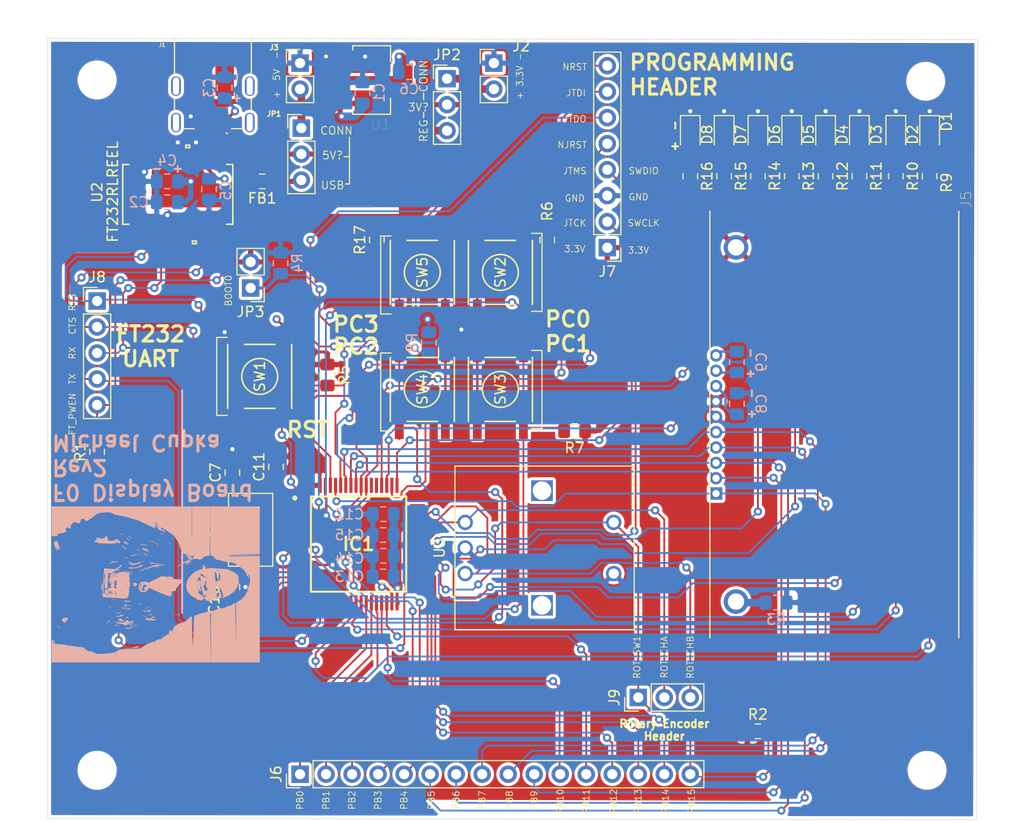
<source format=kicad_pcb>
(kicad_pcb (version 20171130) (host pcbnew "(5.1.6)-1")
  (layers (0 F.Cu signal) (31 B.Cu signal) (34 B.Paste user) (35 F.Paste user) (36 B.SilkS user) (37 F.SilkS user) (38 B.Mask user) (39 F.Mask user) (44 Edge.Cuts user))
  (net 0 "")
  (net 1 /ROT_SW1)
  (net 2 +3V3)
  (net 3 /ROT_CHB)
  (net 4 /ROT_CHA)
  (net 5 /XTAL2)
  (net 6 /XTAL1)
  (net 7 GND)
  (net 8 +5V)
  (net 9 /DISP_C1-)
  (net 10 /DISP_C1+)
  (net 11 /DISP_VOUT)
  (net 12 /DISP_SI)
  (net 13 /DISP_SCL)
  (net 14 /DISP_CSB)
  (net 15 /DISP_RS)
  (net 16 /DISP_RST)
  (net 17 /FT_PWREN)
  (net 18 /FT_RX)
  (net 19 /FT_CTS)
  (net 20 /FT_RTS)
  (net 21 /FT_TX)
  (net 22 /VUSB)
  (net 23 /PC0)
  (net 24 /PC1)
  (net 25 /PC2)
  (net 26 /PC4)
  (net 27 "Net-(D1-Pad2)")
  (net 28 /PC5)
  (net 29 "Net-(D2-Pad2)")
  (net 30 /PC6)
  (net 31 "Net-(D3-Pad2)")
  (net 32 /PC7)
  (net 33 "Net-(D4-Pad2)")
  (net 34 /PC8)
  (net 35 "Net-(D5-Pad2)")
  (net 36 /PC9)
  (net 37 "Net-(D6-Pad2)")
  (net 38 /PC10)
  (net 39 "Net-(D7-Pad2)")
  (net 40 /PC11)
  (net 41 "Net-(D8-Pad2)")
  (net 42 /PC3)
  (net 43 /3.3V_AZ)
  (net 44 "Net-(U2-Pad28)")
  (net 45 "Net-(U2-Pad27)")
  (net 46 "Net-(U2-Pad24)")
  (net 47 "Net-(U2-Pad23)")
  (net 48 "Net-(U2-Pad22)")
  (net 49 "Net-(U2-Pad19)")
  (net 50 "Net-(U2-Pad13)")
  (net 51 "Net-(U2-Pad12)")
  (net 52 "Net-(U2-Pad10)")
  (net 53 "Net-(U2-Pad9)")
  (net 54 "Net-(U2-Pad8)")
  (net 55 "Net-(U2-Pad6)")
  (net 56 "Net-(U2-Pad2)")
  (net 57 /JTMS-SWDIO)
  (net 58 /PB14)
  (net 59 /PB13)
  (net 60 /PB12)
  (net 61 /NRST)
  (net 62 /BOOT0)
  (net 63 /NJTRST)
  (net 64 /JTDO)
  (net 65 /JTDI)
  (net 66 /JTCK-SWCLK)
  (net 67 /PB11)
  (net 68 /PB10)
  (net 69 /BOOT1)
  (net 70 /PB1)
  (net 71 /PB0)
  (net 72 /3.3V_CONN)
  (net 73 /5V_CONN)
  (net 74 /VBUS)
  (net 75 /FT_3V3OUT)
  (net 76 /D+)
  (net 77 /D-)
  (net 78 /VBAT)
  (net 79 "Net-(IC1-Pad54)")
  (net 80 "Net-(IC1-Pad53)")
  (net 81 "Net-(IC1-Pad48)")
  (net 82 "Net-(IC1-Pad47)")
  (net 83 "Net-(IC1-Pad45)")
  (net 84 "Net-(IC1-Pad44)")
  (net 85 "Net-(IC1-Pad23)")
  (net 86 "Net-(IC1-Pad22)")
  (net 87 "Net-(IC1-Pad21)")
  (net 88 "Net-(IC1-Pad20)")
  (net 89 "Net-(IC1-Pad19)")
  (net 90 "Net-(IC1-Pad18)")
  (net 91 "Net-(IC1-Pad4)")
  (net 92 "Net-(IC1-Pad3)")
  (net 93 "Net-(IC1-Pad2)")
  (net 94 /DISP_LED-)
  (module MountingHole:MountingHole_3.2mm_M3 (layer F.Cu) (at 97.536 68.834)
    (fp_text reference REF** hide)
    (fp_text value MountingHole_3.2mm_M3)
    (pad 1 np_thru_hole circle (at 0 0) (size 3.2 3.2) (drill 3.2) (layers *.Cu *.Mask))
  )
  (module MountingHole:MountingHole_3.2mm_M3 (layer F.Cu) (at 178.435 68.961)
    (fp_text reference REF** hide)
    (fp_text value MountingHole_3.2mm_M3)
    (pad 1 np_thru_hole circle (at 0 0) (size 3.2 3.2) (drill 3.2) (layers *.Cu *.Mask))
  )
  (module MountingHole:MountingHole_3.2mm_M3 (layer F.Cu) (at 97.536 136.271)
    (fp_text reference REF** hide)
    (fp_text value MountingHole_3.2mm_M3)
    (pad 1 np_thru_hole circle (at 0 0) (size 3.2 3.2) (drill 3.2) (layers *.Cu *.Mask))
  )
  (module MountingHole:MountingHole_3.2mm_M3 (layer F.Cu) (at 178.562 136.271)
    (fp_text reference REF** hide)
    (fp_text value MountingHole_3.2mm_M3)
    (pad 1 np_thru_hole circle (at 0 0) (size 3.2 3.2) (drill 3.2) (layers *.Cu *.Mask))
  )
  (module Sophie:sophie (layer B.Cu) (at 103.251 118.11 90)
    (fp_text reference G*** hide)
    (fp_text value LOGO hide)
  )
  (module Resistor_SMD:R_0805_2012Metric_Pad1.15x1.40mm_HandSolder (layer B.Cu) (at 163.83 119.888)
    (fp_text reference R3 (at 0 1.65) (layer B.SilkS) (effects (justify mirror)))
    (fp_text value 1K)
    (pad 2 smd roundrect (at 1.025 0) (size 1.15 1.4) (layers B.Cu B.Paste B.Mask) (roundrect_rratio 0.217391) (net 7 GND))
    (pad 1 smd roundrect (at -1.025 0) (size 1.15 1.4) (layers B.Cu B.Paste B.Mask) (roundrect_rratio 0.217391) (net 94 /DISP_LED-))
  )
  (module Connector_PinHeader_2.54mm:PinHeader_1x02_P2.54mm_Vertical (layer F.Cu) (at 112.522 89.154 180)
    (fp_text reference JP3 (at 0 -2.33) (layer F.SilkS))
    (fp_text value JUMPER_BOOT0)
    (pad 2 thru_hole oval (at 0 2.54 180) (size 1.7 1.7) (drill 1) (layers *.Cu *.Mask) (net 2 +3V3))
    (pad 1 thru_hole rect (at 0 0 180) (size 1.7 1.7) (drill 1) (layers *.Cu *.Mask) (net 62 /BOOT0))
  )
  (module LibraryLoader:QFP50P1200X1200X160-64N (layer F.Cu) (at 123.063 114.173)
    (fp_text reference IC1 (at 0 0) (layer F.SilkS) (effects (font (size 1.27 1.27) (thickness 0.254))))
    (fp_text value STM32F051R8T6TR hide)
    (pad 64 smd rect (at -3.75 -5.738) (size 0.3 1.475) (layers F.Cu F.Paste F.Mask) (net 2 +3V3))
    (pad 63 smd rect (at -3.25 -5.738) (size 0.3 1.475) (layers F.Cu F.Paste F.Mask) (net 7 GND))
    (pad 62 smd rect (at -2.75 -5.738) (size 0.3 1.475) (layers F.Cu F.Paste F.Mask) (net 15 /DISP_RS))
    (pad 61 smd rect (at -2.25 -5.738) (size 0.3 1.475) (layers F.Cu F.Paste F.Mask) (net 16 /DISP_RST))
    (pad 60 smd rect (at -1.75 -5.738) (size 0.3 1.475) (layers F.Cu F.Paste F.Mask) (net 62 /BOOT0))
    (pad 59 smd rect (at -1.25 -5.738) (size 0.3 1.475) (layers F.Cu F.Paste F.Mask) (net 12 /DISP_SI))
    (pad 58 smd rect (at -0.75 -5.738) (size 0.3 1.475) (layers F.Cu F.Paste F.Mask) (net 13 /DISP_SCL))
    (pad 57 smd rect (at -0.25 -5.738) (size 0.3 1.475) (layers F.Cu F.Paste F.Mask) (net 14 /DISP_CSB))
    (pad 56 smd rect (at 0.25 -5.738) (size 0.3 1.475) (layers F.Cu F.Paste F.Mask) (net 63 /NJTRST))
    (pad 55 smd rect (at 0.75 -5.738) (size 0.3 1.475) (layers F.Cu F.Paste F.Mask) (net 64 /JTDO))
    (pad 54 smd rect (at 1.25 -5.738) (size 0.3 1.475) (layers F.Cu F.Paste F.Mask) (net 79 "Net-(IC1-Pad54)"))
    (pad 53 smd rect (at 1.75 -5.738) (size 0.3 1.475) (layers F.Cu F.Paste F.Mask) (net 80 "Net-(IC1-Pad53)"))
    (pad 52 smd rect (at 2.25 -5.738) (size 0.3 1.475) (layers F.Cu F.Paste F.Mask) (net 40 /PC11))
    (pad 51 smd rect (at 2.75 -5.738) (size 0.3 1.475) (layers F.Cu F.Paste F.Mask) (net 38 /PC10))
    (pad 50 smd rect (at 3.25 -5.738) (size 0.3 1.475) (layers F.Cu F.Paste F.Mask) (net 65 /JTDI))
    (pad 49 smd rect (at 3.75 -5.738) (size 0.3 1.475) (layers F.Cu F.Paste F.Mask) (net 66 /JTCK-SWCLK))
    (pad 48 smd rect (at 5.738 -3.75 90) (size 0.3 1.475) (layers F.Cu F.Paste F.Mask) (net 81 "Net-(IC1-Pad48)"))
    (pad 47 smd rect (at 5.738 -3.25 90) (size 0.3 1.475) (layers F.Cu F.Paste F.Mask) (net 82 "Net-(IC1-Pad47)"))
    (pad 46 smd rect (at 5.738 -2.75 90) (size 0.3 1.475) (layers F.Cu F.Paste F.Mask) (net 57 /JTMS-SWDIO))
    (pad 45 smd rect (at 5.738 -2.25 90) (size 0.3 1.475) (layers F.Cu F.Paste F.Mask) (net 83 "Net-(IC1-Pad45)"))
    (pad 44 smd rect (at 5.738 -1.75 90) (size 0.3 1.475) (layers F.Cu F.Paste F.Mask) (net 84 "Net-(IC1-Pad44)"))
    (pad 43 smd rect (at 5.738 -1.25 90) (size 0.3 1.475) (layers F.Cu F.Paste F.Mask) (net 17 /FT_PWREN))
    (pad 42 smd rect (at 5.738 -0.75 90) (size 0.3 1.475) (layers F.Cu F.Paste F.Mask) (net 3 /ROT_CHB))
    (pad 41 smd rect (at 5.738 -0.25 90) (size 0.3 1.475) (layers F.Cu F.Paste F.Mask) (net 4 /ROT_CHA))
    (pad 40 smd rect (at 5.738 0.25 90) (size 0.3 1.475) (layers F.Cu F.Paste F.Mask) (net 36 /PC9))
    (pad 39 smd rect (at 5.738 0.75 90) (size 0.3 1.475) (layers F.Cu F.Paste F.Mask) (net 34 /PC8))
    (pad 38 smd rect (at 5.738 1.25 90) (size 0.3 1.475) (layers F.Cu F.Paste F.Mask) (net 32 /PC7))
    (pad 37 smd rect (at 5.738 1.75 90) (size 0.3 1.475) (layers F.Cu F.Paste F.Mask) (net 30 /PC6))
    (pad 36 smd rect (at 5.738 2.25 90) (size 0.3 1.475) (layers F.Cu F.Paste F.Mask) (net 1 /ROT_SW1))
    (pad 35 smd rect (at 5.738 2.75 90) (size 0.3 1.475) (layers F.Cu F.Paste F.Mask) (net 58 /PB14))
    (pad 34 smd rect (at 5.738 3.25 90) (size 0.3 1.475) (layers F.Cu F.Paste F.Mask) (net 59 /PB13))
    (pad 33 smd rect (at 5.738 3.75 90) (size 0.3 1.475) (layers F.Cu F.Paste F.Mask) (net 60 /PB12))
    (pad 32 smd rect (at 3.75 5.738) (size 0.3 1.475) (layers F.Cu F.Paste F.Mask) (net 2 +3V3))
    (pad 31 smd rect (at 3.25 5.738) (size 0.3 1.475) (layers F.Cu F.Paste F.Mask) (net 7 GND))
    (pad 30 smd rect (at 2.75 5.738) (size 0.3 1.475) (layers F.Cu F.Paste F.Mask) (net 67 /PB11))
    (pad 29 smd rect (at 2.25 5.738) (size 0.3 1.475) (layers F.Cu F.Paste F.Mask) (net 68 /PB10))
    (pad 28 smd rect (at 1.75 5.738) (size 0.3 1.475) (layers F.Cu F.Paste F.Mask) (net 69 /BOOT1))
    (pad 27 smd rect (at 1.25 5.738) (size 0.3 1.475) (layers F.Cu F.Paste F.Mask) (net 70 /PB1))
    (pad 26 smd rect (at 0.75 5.738) (size 0.3 1.475) (layers F.Cu F.Paste F.Mask) (net 71 /PB0))
    (pad 25 smd rect (at 0.25 5.738) (size 0.3 1.475) (layers F.Cu F.Paste F.Mask) (net 28 /PC5))
    (pad 24 smd rect (at -0.25 5.738) (size 0.3 1.475) (layers F.Cu F.Paste F.Mask) (net 26 /PC4))
    (pad 23 smd rect (at -0.75 5.738) (size 0.3 1.475) (layers F.Cu F.Paste F.Mask) (net 85 "Net-(IC1-Pad23)"))
    (pad 22 smd rect (at -1.25 5.738) (size 0.3 1.475) (layers F.Cu F.Paste F.Mask) (net 86 "Net-(IC1-Pad22)"))
    (pad 21 smd rect (at -1.75 5.738) (size 0.3 1.475) (layers F.Cu F.Paste F.Mask) (net 87 "Net-(IC1-Pad21)"))
    (pad 20 smd rect (at -2.25 5.738) (size 0.3 1.475) (layers F.Cu F.Paste F.Mask) (net 88 "Net-(IC1-Pad20)"))
    (pad 19 smd rect (at -2.75 5.738) (size 0.3 1.475) (layers F.Cu F.Paste F.Mask) (net 89 "Net-(IC1-Pad19)"))
    (pad 18 smd rect (at -3.25 5.738) (size 0.3 1.475) (layers F.Cu F.Paste F.Mask) (net 90 "Net-(IC1-Pad18)"))
    (pad 17 smd rect (at -3.75 5.738) (size 0.3 1.475) (layers F.Cu F.Paste F.Mask) (net 21 /FT_TX))
    (pad 16 smd rect (at -5.738 3.75 90) (size 0.3 1.475) (layers F.Cu F.Paste F.Mask) (net 18 /FT_RX))
    (pad 15 smd rect (at -5.738 3.25 90) (size 0.3 1.475) (layers F.Cu F.Paste F.Mask) (net 19 /FT_CTS))
    (pad 14 smd rect (at -5.738 2.75 90) (size 0.3 1.475) (layers F.Cu F.Paste F.Mask) (net 20 /FT_RTS))
    (pad 13 smd rect (at -5.738 2.25 90) (size 0.3 1.475) (layers F.Cu F.Paste F.Mask) (net 2 +3V3))
    (pad 12 smd rect (at -5.738 1.75 90) (size 0.3 1.475) (layers F.Cu F.Paste F.Mask) (net 7 GND))
    (pad 11 smd rect (at -5.738 1.25 90) (size 0.3 1.475) (layers F.Cu F.Paste F.Mask) (net 42 /PC3))
    (pad 10 smd rect (at -5.738 0.75 90) (size 0.3 1.475) (layers F.Cu F.Paste F.Mask) (net 25 /PC2))
    (pad 9 smd rect (at -5.738 0.25 90) (size 0.3 1.475) (layers F.Cu F.Paste F.Mask) (net 24 /PC1))
    (pad 8 smd rect (at -5.738 -0.25 90) (size 0.3 1.475) (layers F.Cu F.Paste F.Mask) (net 23 /PC0))
    (pad 7 smd rect (at -5.738 -0.75 90) (size 0.3 1.475) (layers F.Cu F.Paste F.Mask) (net 61 /NRST))
    (pad 6 smd rect (at -5.738 -1.25 90) (size 0.3 1.475) (layers F.Cu F.Paste F.Mask) (net 5 /XTAL2))
    (pad 5 smd rect (at -5.738 -1.75 90) (size 0.3 1.475) (layers F.Cu F.Paste F.Mask) (net 6 /XTAL1))
    (pad 4 smd rect (at -5.738 -2.25 90) (size 0.3 1.475) (layers F.Cu F.Paste F.Mask) (net 91 "Net-(IC1-Pad4)"))
    (pad 3 smd rect (at -5.738 -2.75 90) (size 0.3 1.475) (layers F.Cu F.Paste F.Mask) (net 92 "Net-(IC1-Pad3)"))
    (pad 2 smd rect (at -5.738 -3.25 90) (size 0.3 1.475) (layers F.Cu F.Paste F.Mask) (net 93 "Net-(IC1-Pad2)"))
    (pad 1 smd rect (at -5.738 -3.75 90) (size 0.3 1.475) (layers F.Cu F.Paste F.Mask) (net 78 /VBAT))
  )
  (module Capacitor_SMD:C_0805_2012Metric_Pad1.15x1.40mm_HandSolder (layer B.Cu) (at 125.467 113.284 180)
    (fp_text reference C15 (at 3.293 0) (layer B.SilkS) (effects (justify mirror)))
    (fp_text value 1uF)
    (pad 2 smd roundrect (at 1.025 0 180) (size 1.15 1.4) (layers B.Cu B.Paste B.Mask) (roundrect_rratio 0.217391) (net 7 GND))
    (pad 1 smd roundrect (at -1.025 0 180) (size 1.15 1.4) (layers B.Cu B.Paste B.Mask) (roundrect_rratio 0.217391) (net 2 +3V3))
  )
  (module Capacitor_SMD:C_0805_2012Metric_Pad1.15x1.40mm_HandSolder (layer B.Cu) (at 125.485 115.316 180)
    (fp_text reference C14 (at 3.311 -0.254) (layer B.SilkS) (effects (justify mirror)))
    (fp_text value 10nF)
    (pad 2 smd roundrect (at 1.025 0 180) (size 1.15 1.4) (layers B.Cu B.Paste B.Mask) (roundrect_rratio 0.217391) (net 7 GND))
    (pad 1 smd roundrect (at -1.025 0 180) (size 1.15 1.4) (layers B.Cu B.Paste B.Mask) (roundrect_rratio 0.217391) (net 2 +3V3))
  )
  (module Capacitor_SMD:C_0805_2012Metric_Pad1.15x1.40mm_HandSolder (layer B.Cu) (at 125.45684 117.33784 180)
    (fp_text reference C13 (at 3.28284 -0.01016) (layer B.SilkS) (effects (justify mirror)))
    (fp_text value 4.7uF)
    (pad 2 smd roundrect (at 1.025 0 180) (size 1.15 1.4) (layers B.Cu B.Paste B.Mask) (roundrect_rratio 0.217391) (net 7 GND))
    (pad 1 smd roundrect (at -1.025 0 180) (size 1.15 1.4) (layers B.Cu B.Paste B.Mask) (roundrect_rratio 0.217391) (net 2 +3V3))
  )
  (module Capacitor_SMD:C_0805_2012Metric_Pad1.15x1.40mm_HandSolder (layer B.Cu) (at 125.476 111.252 180)
    (fp_text reference C12 (at 3.302 0) (layer B.SilkS) (effects (justify mirror)))
    (fp_text value 100nF)
    (pad 2 smd roundrect (at 1.025 0 180) (size 1.15 1.4) (layers B.Cu B.Paste B.Mask) (roundrect_rratio 0.217391) (net 7 GND))
    (pad 1 smd roundrect (at -1.025 0 180) (size 1.15 1.4) (layers B.Cu B.Paste B.Mask) (roundrect_rratio 0.217391) (net 2 +3V3))
  )
  (module Capacitor_SMD:C_0805_2012Metric_Pad1.15x1.40mm_HandSolder (layer F.Cu) (at 114.9985 106.6255 90)
    (fp_text reference C11 (at 0 -1.65 90) (layer F.SilkS))
    (fp_text value 100nF)
    (pad 2 smd roundrect (at 1.025 0 90) (size 1.15 1.4) (layers F.Cu F.Paste F.Mask) (roundrect_rratio 0.217391) (net 2 +3V3))
    (pad 1 smd roundrect (at -1.025 0 90) (size 1.15 1.4) (layers F.Cu F.Paste F.Mask) (roundrect_rratio 0.217391) (net 78 /VBAT))
  )
  (module Connector_PinHeader_2.54mm:PinHeader_1x03_P2.54mm_Vertical (layer F.Cu) (at 150.368 129.159 90)
    (fp_text reference J9 (at 0 -2.33 90) (layer F.SilkS))
    (fp_text value CONN_ROT)
    (pad 3 thru_hole oval (at 0 5.08 90) (size 1.7 1.7) (drill 1) (layers *.Cu *.Mask) (net 3 /ROT_CHB))
    (pad 2 thru_hole oval (at 0 2.54 90) (size 1.7 1.7) (drill 1) (layers *.Cu *.Mask) (net 4 /ROT_CHA))
    (pad 1 thru_hole rect (at 0 0 90) (size 1.7 1.7) (drill 1) (layers *.Cu *.Mask) (net 1 /ROT_SW1))
  )
  (module Connector_PinHeader_2.54mm:PinHeader_1x05_P2.54mm_Vertical (layer F.Cu) (at 97.536 90.424)
    (fp_text reference J8 (at 0 -2.33) (layer F.SilkS))
    (fp_text value CONN_FTDI)
    (pad 5 thru_hole oval (at 0 10.16) (size 1.7 1.7) (drill 1) (layers *.Cu *.Mask) (net 17 /FT_PWREN))
    (pad 4 thru_hole oval (at 0 7.62) (size 1.7 1.7) (drill 1) (layers *.Cu *.Mask) (net 21 /FT_TX))
    (pad 3 thru_hole oval (at 0 5.08) (size 1.7 1.7) (drill 1) (layers *.Cu *.Mask) (net 18 /FT_RX))
    (pad 2 thru_hole oval (at 0 2.54) (size 1.7 1.7) (drill 1) (layers *.Cu *.Mask) (net 19 /FT_CTS))
    (pad 1 thru_hole rect (at 0 0) (size 1.7 1.7) (drill 1) (layers *.Cu *.Mask) (net 20 /FT_RTS))
  )
  (module ft232r:FT232RLREEL (layer F.Cu) (at 105.41 80.01 90)
    (fp_text reference U2 (at 0.2 -7.874 90) (layer F.SilkS))
    (fp_text value FT232RLREEL (at 0.254 -6.35 90) (layer F.SilkS))
    (pad 28 smd rect (at 3.54965 -4.225 90) (size 1.5113 0.4318) (layers F.Cu F.Paste F.Mask) (net 44 "Net-(U2-Pad28)"))
    (pad 27 smd rect (at 3.54965 -3.574999 90) (size 1.5113 0.4318) (layers F.Cu F.Paste F.Mask) (net 45 "Net-(U2-Pad27)"))
    (pad 26 smd rect (at 3.54965 -2.925 90) (size 1.5113 0.4318) (layers F.Cu F.Paste F.Mask) (net 7 GND))
    (pad 25 smd rect (at 3.54965 -2.274999 90) (size 1.5113 0.4318) (layers F.Cu F.Paste F.Mask) (net 7 GND))
    (pad 24 smd rect (at 3.54965 -1.625001 90) (size 1.5113 0.4318) (layers F.Cu F.Paste F.Mask) (net 46 "Net-(U2-Pad24)"))
    (pad 23 smd rect (at 3.54965 -0.974999 90) (size 1.5113 0.4318) (layers F.Cu F.Paste F.Mask) (net 47 "Net-(U2-Pad23)"))
    (pad 22 smd rect (at 3.54965 -0.325001 90) (size 1.5113 0.4318) (layers F.Cu F.Paste F.Mask) (net 48 "Net-(U2-Pad22)"))
    (pad 21 smd rect (at 3.54965 0.325001 90) (size 1.5113 0.4318) (layers F.Cu F.Paste F.Mask) (net 7 GND))
    (pad 20 smd rect (at 3.54965 0.974999 90) (size 1.5113 0.4318) (layers F.Cu F.Paste F.Mask) (net 8 +5V))
    (pad 19 smd rect (at 3.54965 1.625001 90) (size 1.5113 0.4318) (layers F.Cu F.Paste F.Mask) (net 49 "Net-(U2-Pad19)"))
    (pad 18 smd rect (at 3.54965 2.274999 90) (size 1.5113 0.4318) (layers F.Cu F.Paste F.Mask) (net 7 GND))
    (pad 17 smd rect (at 3.54965 2.925 90) (size 1.5113 0.4318) (layers F.Cu F.Paste F.Mask) (net 75 /FT_3V3OUT))
    (pad 16 smd rect (at 3.54965 3.574999 90) (size 1.5113 0.4318) (layers F.Cu F.Paste F.Mask) (net 77 /D-))
    (pad 15 smd rect (at 3.54965 4.225 90) (size 1.5113 0.4318) (layers F.Cu F.Paste F.Mask) (net 76 /D+))
    (pad 14 smd rect (at -3.54965 4.224998 90) (size 1.5113 0.4318) (layers F.Cu F.Paste F.Mask) (net 17 /FT_PWREN))
    (pad 13 smd rect (at -3.54965 3.574999 90) (size 1.5113 0.4318) (layers F.Cu F.Paste F.Mask) (net 50 "Net-(U2-Pad13)"))
    (pad 12 smd rect (at -3.54965 2.924998 90) (size 1.5113 0.4318) (layers F.Cu F.Paste F.Mask) (net 51 "Net-(U2-Pad12)"))
    (pad 11 smd rect (at -3.54965 2.274999 90) (size 1.5113 0.4318) (layers F.Cu F.Paste F.Mask) (net 19 /FT_CTS))
    (pad 10 smd rect (at -3.54965 1.624998 90) (size 1.5113 0.4318) (layers F.Cu F.Paste F.Mask) (net 52 "Net-(U2-Pad10)"))
    (pad 9 smd rect (at -3.54965 0.974999 90) (size 1.5113 0.4318) (layers F.Cu F.Paste F.Mask) (net 53 "Net-(U2-Pad9)"))
    (pad 8 smd rect (at -3.54965 0.324998 90) (size 1.5113 0.4318) (layers F.Cu F.Paste F.Mask) (net 54 "Net-(U2-Pad8)"))
    (pad 7 smd rect (at -3.54965 -0.325001 90) (size 1.5113 0.4318) (layers F.Cu F.Paste F.Mask) (net 7 GND))
    (pad 6 smd rect (at -3.54965 -0.974999 90) (size 1.5113 0.4318) (layers F.Cu F.Paste F.Mask) (net 55 "Net-(U2-Pad6)"))
    (pad 5 smd rect (at -3.54965 -1.625001 90) (size 1.5113 0.4318) (layers F.Cu F.Paste F.Mask) (net 18 /FT_RX))
    (pad 4 smd rect (at -3.54965 -2.274999 90) (size 1.5113 0.4318) (layers F.Cu F.Paste F.Mask) (net 2 +3V3))
    (pad 3 smd rect (at -3.54965 -2.925 90) (size 1.5113 0.4318) (layers F.Cu F.Paste F.Mask) (net 20 /FT_RTS))
    (pad 2 smd rect (at -3.54965 -3.574999 90) (size 1.5113 0.4318) (layers F.Cu F.Paste F.Mask) (net 56 "Net-(U2-Pad2)"))
    (pad 1 smd rect (at -3.54965 -4.225 90) (size 1.5113 0.4318) (layers F.Cu F.Paste F.Mask) (net 21 /FT_TX))
  )
  (module TACTILE_SW:PTS645SK43SMTR92LFS (layer F.Cu) (at 129.286 99.06 90)
    (fp_text reference SW4 (at 0 0 90) (layer F.SilkS))
    (fp_text value SW_Push hide)
    (pad 2 smd rect (at 3.7465 -2.250001 90) (size 2.2098 0.8636) (layers F.Cu F.Paste F.Mask) (net 25 /PC2))
    (pad 4 smd rect (at 3.7465 2.250001 90) (size 2.2098 0.8636) (layers F.Cu F.Paste F.Mask) (net 7 GND))
    (pad 3 smd rect (at -3.7465 2.250001 90) (size 2.2098 0.8636) (layers F.Cu F.Paste F.Mask) (net 7 GND))
    (pad 1 smd rect (at -3.7465 -2.250001 90) (size 2.2098 0.8636) (layers F.Cu F.Paste F.Mask) (net 25 /PC2))
  )
  (module TACTILE_SW:PTS645SK43SMTR92LFS (layer F.Cu) (at 129.286 87.63 90)
    (fp_text reference SW5 (at 0 0 90) (layer F.SilkS))
    (fp_text value SW_Push hide)
    (pad 2 smd rect (at 3.7465 -2.250001 90) (size 2.2098 0.8636) (layers F.Cu F.Paste F.Mask) (net 42 /PC3))
    (pad 4 smd rect (at 3.7465 2.250001 90) (size 2.2098 0.8636) (layers F.Cu F.Paste F.Mask) (net 7 GND))
    (pad 3 smd rect (at -3.7465 2.250001 90) (size 2.2098 0.8636) (layers F.Cu F.Paste F.Mask) (net 7 GND))
    (pad 1 smd rect (at -3.7465 -2.250001 90) (size 2.2098 0.8636) (layers F.Cu F.Paste F.Mask) (net 42 /PC3))
  )
  (module TACTILE_SW:PTS645SK43SMTR92LFS (layer F.Cu) (at 136.906 99.06 270)
    (fp_text reference SW3 (at 0 0 90) (layer F.SilkS))
    (fp_text value SW_Push hide)
    (pad 2 smd rect (at 3.7465 -2.250001 270) (size 2.2098 0.8636) (layers F.Cu F.Paste F.Mask) (net 24 /PC1))
    (pad 4 smd rect (at 3.7465 2.250001 270) (size 2.2098 0.8636) (layers F.Cu F.Paste F.Mask) (net 7 GND))
    (pad 3 smd rect (at -3.7465 2.250001 270) (size 2.2098 0.8636) (layers F.Cu F.Paste F.Mask) (net 7 GND))
    (pad 1 smd rect (at -3.7465 -2.250001 270) (size 2.2098 0.8636) (layers F.Cu F.Paste F.Mask) (net 24 /PC1))
  )
  (module TACTILE_SW:PTS645SK43SMTR92LFS (layer F.Cu) (at 136.906 87.63 270)
    (fp_text reference SW2 (at 0 0 90) (layer F.SilkS))
    (fp_text value SW_Push hide)
    (pad 2 smd rect (at 3.7465 -2.250001 270) (size 2.2098 0.8636) (layers F.Cu F.Paste F.Mask) (net 23 /PC0))
    (pad 4 smd rect (at 3.7465 2.250001 270) (size 2.2098 0.8636) (layers F.Cu F.Paste F.Mask) (net 7 GND))
    (pad 3 smd rect (at -3.7465 2.250001 270) (size 2.2098 0.8636) (layers F.Cu F.Paste F.Mask) (net 7 GND))
    (pad 1 smd rect (at -3.7465 -2.250001 270) (size 2.2098 0.8636) (layers F.Cu F.Paste F.Mask) (net 23 /PC0))
  )
  (module MICROUSB:CUIDEVICES_UJ2-MIBH-4-SMT-TR (layer F.Cu) (at 108.839 67.691 180)
    (fp_text reference J1 (at 4.953 2.286) (layer F.SilkS) (effects (font (size 0.381 0.381) (thickness 0.0762))))
    (fp_text value USB_B_Micro)
    (fp_arc (start -3.6 -5.849838) (end -3.3 -5.84) (angle -91.8782) (layer Edge.Cuts) (width 0.01))
    (fp_arc (start 3.6 -5.849838) (end 3.9 -5.84) (angle -91.8782) (layer Edge.Cuts) (width 0.01))
    (fp_arc (start -3.6 -2.299838) (end -3.3 -2.29) (angle -91.8782) (layer Edge.Cuts) (width 0.01))
    (fp_arc (start 3.6 -2.299838) (end 3.9 -2.29) (angle -91.8782) (layer Edge.Cuts) (width 0.01))
    (pad S4 thru_hole oval (at 3.6 -1.75 180) (size 0.95 1.9) (drill oval 0.6 1.700162) (layers *.Cu *.Mask))
    (pad S3 thru_hole oval (at 3.6 -5.3 180) (size 0.95 1.9) (drill oval 0.6 1.700162) (layers *.Cu *.Mask))
    (pad S1 thru_hole oval (at -3.6 -5.3 180) (size 0.95 1.9) (drill oval 0.6 1.700162) (layers *.Cu *.Mask))
    (pad S2 thru_hole oval (at -3.6 -1.75 180) (size 0.95 1.9) (drill oval 0.6 1.700162) (layers *.Cu *.Mask))
    (pad P6 smd rect (at -1.15 -0.75 180) (size 1.8 3.9) (layers F.Cu F.Paste F.Mask))
    (pad P5 smd rect (at 1.15 -0.75 180) (size 1.8 3.9) (layers F.Cu F.Paste F.Mask))
    (pad 5 smd rect (at 1.3 -4.95 180) (size 0.4 1.7) (layers F.Cu F.Paste F.Mask) (net 7 GND))
    (pad 4 smd rect (at 0.65 -4.95 180) (size 0.4 1.7) (layers F.Cu F.Paste F.Mask) (net 7 GND))
    (pad 3 smd rect (at 0 -4.95 180) (size 0.4 1.7) (layers F.Cu F.Paste F.Mask) (net 76 /D+))
    (pad 2 smd rect (at -0.65 -4.95 180) (size 0.4 1.7) (layers F.Cu F.Paste F.Mask) (net 77 /D-))
    (pad 1 smd rect (at -1.3 -4.95 180) (size 0.4 1.7) (layers F.Cu F.Paste F.Mask) (net 74 /VBUS))
  )
  (module TACTILE_SW:PTS645SK43SMTR92LFS (layer F.Cu) (at 113.411 97.79 90)
    (fp_text reference SW1 (at 0 0 90) (layer F.SilkS))
    (fp_text value SW_STMRST hide)
    (pad 2 smd rect (at 3.7465 -2.250001 90) (size 2.2098 0.8636) (layers F.Cu F.Paste F.Mask) (net 7 GND))
    (pad 4 smd rect (at 3.7465 2.250001 90) (size 2.2098 0.8636) (layers F.Cu F.Paste F.Mask) (net 61 /NRST))
    (pad 3 smd rect (at -3.7465 2.250001 90) (size 2.2098 0.8636) (layers F.Cu F.Paste F.Mask) (net 61 /NRST))
    (pad 1 smd rect (at -3.7465 -2.250001 90) (size 2.2098 0.8636) (layers F.Cu F.Paste F.Mask) (net 7 GND))
  )
  (module Resistor_SMD:R_0805_2012Metric_Pad1.15x1.40mm_HandSolder (layer F.Cu) (at 120.015 97.654 270)
    (fp_text reference R5 (at 0 -1.65 90) (layer F.SilkS))
    (fp_text value 1K)
    (pad 2 smd roundrect (at 1.025 0 270) (size 1.15 1.4) (layers F.Cu F.Paste F.Mask) (roundrect_rratio 0.217391) (net 61 /NRST))
    (pad 1 smd roundrect (at -1.025 0 270) (size 1.15 1.4) (layers F.Cu F.Paste F.Mask) (roundrect_rratio 0.217391) (net 2 +3V3))
  )
  (module Resistor_SMD:R_0805_2012Metric_Pad1.15x1.40mm_HandSolder (layer B.Cu) (at 115.443 86.732 90)
    (fp_text reference R4 (at 0 1.65 90) (layer B.SilkS) (effects (justify mirror)))
    (fp_text value 10K)
    (pad 2 smd roundrect (at 1.025 0 90) (size 1.15 1.4) (layers B.Cu B.Paste B.Mask) (roundrect_rratio 0.217391) (net 7 GND))
    (pad 1 smd roundrect (at -1.025 0 90) (size 1.15 1.4) (layers B.Cu B.Paste B.Mask) (roundrect_rratio 0.217391) (net 62 /BOOT0))
  )
  (module Resistor_SMD:R_0805_2012Metric_Pad1.15x1.40mm_HandSolder (layer F.Cu) (at 97.536 105.165 90)
    (fp_text reference R1 (at 0 -1.65 90) (layer F.SilkS))
    (fp_text value 1K)
    (pad 2 smd roundrect (at 1.025 0 90) (size 1.15 1.4) (layers F.Cu F.Paste F.Mask) (roundrect_rratio 0.217391) (net 17 /FT_PWREN))
    (pad 1 smd roundrect (at -1.025 0 90) (size 1.15 1.4) (layers F.Cu F.Paste F.Mask) (roundrect_rratio 0.217391) (net 2 +3V3))
  )
  (module Connector_PinHeader_2.54mm:PinHeader_1x03_P2.54mm_Vertical (layer F.Cu) (at 131.699 68.707)
    (fp_text reference JP2 (at 0 -2.33) (layer F.SilkS))
    (fp_text value Jumper_3_Open)
    (pad 3 thru_hole oval (at 0 5.08) (size 1.7 1.7) (drill 1) (layers *.Cu *.Mask) (net 43 /3.3V_AZ))
    (pad 2 thru_hole oval (at 0 2.54) (size 1.7 1.7) (drill 1) (layers *.Cu *.Mask) (net 2 +3V3))
    (pad 1 thru_hole rect (at 0 0) (size 1.7 1.7) (drill 1) (layers *.Cu *.Mask) (net 72 /3.3V_CONN))
  )
  (module Connector_PinHeader_2.54mm:PinHeader_1x03_P2.54mm_Vertical (layer F.Cu) (at 117.475 73.533)
    (fp_text reference JP1 (at -2.667 -1.397) (layer F.SilkS) (effects (font (size 0.508 0.508) (thickness 0.127))))
    (fp_text value Jumper_3_Open)
    (pad 3 thru_hole oval (at 0 5.08) (size 1.7 1.7) (drill 1) (layers *.Cu *.Mask) (net 22 /VUSB))
    (pad 2 thru_hole oval (at 0 2.54) (size 1.7 1.7) (drill 1) (layers *.Cu *.Mask) (net 8 +5V))
    (pad 1 thru_hole rect (at 0 0) (size 1.7 1.7) (drill 1) (layers *.Cu *.Mask) (net 73 /5V_CONN))
  )
  (module Connector_PinHeader_2.54mm:PinHeader_1x08_P2.54mm_Vertical (layer F.Cu) (at 147.3454 85.217 180)
    (fp_text reference J7 (at 0 -2.33) (layer F.SilkS))
    (fp_text value CONN_DEBUG)
    (pad 8 thru_hole oval (at 0 17.78 180) (size 1.7 1.7) (drill 1) (layers *.Cu *.Mask) (net 61 /NRST))
    (pad 7 thru_hole oval (at 0 15.24 180) (size 1.7 1.7) (drill 1) (layers *.Cu *.Mask) (net 65 /JTDI))
    (pad 6 thru_hole oval (at 0 12.7 180) (size 1.7 1.7) (drill 1) (layers *.Cu *.Mask) (net 64 /JTDO))
    (pad 5 thru_hole oval (at 0 10.16 180) (size 1.7 1.7) (drill 1) (layers *.Cu *.Mask) (net 63 /NJTRST))
    (pad 4 thru_hole oval (at 0 7.62 180) (size 1.7 1.7) (drill 1) (layers *.Cu *.Mask) (net 57 /JTMS-SWDIO))
    (pad 3 thru_hole oval (at 0 5.08 180) (size 1.7 1.7) (drill 1) (layers *.Cu *.Mask) (net 7 GND))
    (pad 2 thru_hole oval (at 0 2.54 180) (size 1.7 1.7) (drill 1) (layers *.Cu *.Mask) (net 66 /JTCK-SWCLK))
    (pad 1 thru_hole rect (at 0 0 180) (size 1.7 1.7) (drill 1) (layers *.Cu *.Mask) (net 2 +3V3))
  )
  (module Connector_PinHeader_2.54mm:PinHeader_1x16_P2.54mm_Vertical (layer F.Cu) (at 117.348 136.652 90)
    (fp_text reference J6 (at 0 -2.33 90) (layer F.SilkS))
    (fp_text value CONN_PB)
    (pad 16 thru_hole oval (at 0 38.1 90) (size 1.7 1.7) (drill 1) (layers *.Cu *.Mask) (net 1 /ROT_SW1))
    (pad 15 thru_hole oval (at 0 35.56 90) (size 1.7 1.7) (drill 1) (layers *.Cu *.Mask) (net 58 /PB14))
    (pad 14 thru_hole oval (at 0 33.02 90) (size 1.7 1.7) (drill 1) (layers *.Cu *.Mask) (net 59 /PB13))
    (pad 13 thru_hole oval (at 0 30.48 90) (size 1.7 1.7) (drill 1) (layers *.Cu *.Mask) (net 60 /PB12))
    (pad 12 thru_hole oval (at 0 27.94 90) (size 1.7 1.7) (drill 1) (layers *.Cu *.Mask) (net 67 /PB11))
    (pad 11 thru_hole oval (at 0 25.4 90) (size 1.7 1.7) (drill 1) (layers *.Cu *.Mask) (net 68 /PB10))
    (pad 10 thru_hole oval (at 0 22.86 90) (size 1.7 1.7) (drill 1) (layers *.Cu *.Mask) (net 15 /DISP_RS))
    (pad 9 thru_hole oval (at 0 20.32 90) (size 1.7 1.7) (drill 1) (layers *.Cu *.Mask) (net 16 /DISP_RST))
    (pad 8 thru_hole oval (at 0 17.78 90) (size 1.7 1.7) (drill 1) (layers *.Cu *.Mask) (net 12 /DISP_SI))
    (pad 7 thru_hole oval (at 0 15.24 90) (size 1.7 1.7) (drill 1) (layers *.Cu *.Mask) (net 13 /DISP_SCL))
    (pad 6 thru_hole oval (at 0 12.7 90) (size 1.7 1.7) (drill 1) (layers *.Cu *.Mask) (net 14 /DISP_CSB))
    (pad 5 thru_hole oval (at 0 10.16 90) (size 1.7 1.7) (drill 1) (layers *.Cu *.Mask) (net 63 /NJTRST))
    (pad 4 thru_hole oval (at 0 7.62 90) (size 1.7 1.7) (drill 1) (layers *.Cu *.Mask) (net 64 /JTDO))
    (pad 3 thru_hole oval (at 0 5.08 90) (size 1.7 1.7) (drill 1) (layers *.Cu *.Mask) (net 69 /BOOT1))
    (pad 2 thru_hole oval (at 0 2.54 90) (size 1.7 1.7) (drill 1) (layers *.Cu *.Mask) (net 70 /PB1))
    (pad 1 thru_hole rect (at 0 0 90) (size 1.7 1.7) (drill 1) (layers *.Cu *.Mask) (net 71 /PB0))
  )
  (module Connector_PinHeader_2.54mm:PinHeader_1x02_P2.54mm_Vertical (layer F.Cu) (at 117.348 67.183)
    (fp_text reference J3 (at -2.54 -1.524) (layer F.SilkS) (effects (font (size 0.508 0.508) (thickness 0.127))))
    (fp_text value CONN_5v)
    (pad 2 thru_hole oval (at 0 2.54) (size 1.7 1.7) (drill 1) (layers *.Cu *.Mask) (net 73 /5V_CONN))
    (pad 1 thru_hole rect (at 0 0) (size 1.7 1.7) (drill 1) (layers *.Cu *.Mask) (net 7 GND))
  )
  (module Connector_PinHeader_2.54mm:PinHeader_1x02_P2.54mm_Vertical (layer F.Cu) (at 136.271 67.183)
    (fp_text reference J2 (at 2.667 -1.651) (layer F.SilkS))
    (fp_text value CONN_3V3)
    (pad 2 thru_hole oval (at 0 2.54) (size 1.7 1.7) (drill 1) (layers *.Cu *.Mask) (net 72 /3.3V_CONN))
    (pad 1 thru_hole rect (at 0 0) (size 1.7 1.7) (drill 1) (layers *.Cu *.Mask) (net 7 GND))
  )
  (module LED_SMD:LED_0805_2012Metric_Pad1.15x1.40mm_HandSolder (layer F.Cu) (at 155.448 74.168 270)
    (fp_text reference D8 (at 0 -1.65 90) (layer F.SilkS))
    (fp_text value LED)
    (pad 2 smd roundrect (at 1.025 0 270) (size 1.15 1.4) (layers F.Cu F.Paste F.Mask) (roundrect_rratio 0.217391) (net 41 "Net-(D8-Pad2)"))
    (pad 1 smd roundrect (at -1.025 0 270) (size 1.15 1.4) (layers F.Cu F.Paste F.Mask) (roundrect_rratio 0.217391) (net 7 GND))
  )
  (module LED_SMD:LED_0805_2012Metric_Pad1.15x1.40mm_HandSolder (layer F.Cu) (at 158.75 74.168 270)
    (fp_text reference D7 (at 0 -1.65 90) (layer F.SilkS))
    (fp_text value LED)
    (pad 2 smd roundrect (at 1.025 0 270) (size 1.15 1.4) (layers F.Cu F.Paste F.Mask) (roundrect_rratio 0.217391) (net 39 "Net-(D7-Pad2)"))
    (pad 1 smd roundrect (at -1.025 0 270) (size 1.15 1.4) (layers F.Cu F.Paste F.Mask) (roundrect_rratio 0.217391) (net 7 GND))
  )
  (module LED_SMD:LED_0805_2012Metric_Pad1.15x1.40mm_HandSolder (layer F.Cu) (at 162.052 74.168 270)
    (fp_text reference D6 (at 0 -1.65 90) (layer F.SilkS))
    (fp_text value LED)
    (pad 2 smd roundrect (at 1.025 0 270) (size 1.15 1.4) (layers F.Cu F.Paste F.Mask) (roundrect_rratio 0.217391) (net 37 "Net-(D6-Pad2)"))
    (pad 1 smd roundrect (at -1.025 0 270) (size 1.15 1.4) (layers F.Cu F.Paste F.Mask) (roundrect_rratio 0.217391) (net 7 GND))
  )
  (module LED_SMD:LED_0805_2012Metric_Pad1.15x1.40mm_HandSolder (layer F.Cu) (at 165.354 74.168 270)
    (fp_text reference D5 (at 0 -1.65 90) (layer F.SilkS))
    (fp_text value LED)
    (pad 2 smd roundrect (at 1.025 0 270) (size 1.15 1.4) (layers F.Cu F.Paste F.Mask) (roundrect_rratio 0.217391) (net 35 "Net-(D5-Pad2)"))
    (pad 1 smd roundrect (at -1.025 0 270) (size 1.15 1.4) (layers F.Cu F.Paste F.Mask) (roundrect_rratio 0.217391) (net 7 GND))
  )
  (module LED_SMD:LED_0805_2012Metric_Pad1.15x1.40mm_HandSolder (layer F.Cu) (at 168.656 74.168 270)
    (fp_text reference D4 (at 0 -1.65 90) (layer F.SilkS))
    (fp_text value LED)
    (pad 2 smd roundrect (at 1.025 0 270) (size 1.15 1.4) (layers F.Cu F.Paste F.Mask) (roundrect_rratio 0.217391) (net 33 "Net-(D4-Pad2)"))
    (pad 1 smd roundrect (at -1.025 0 270) (size 1.15 1.4) (layers F.Cu F.Paste F.Mask) (roundrect_rratio 0.217391) (net 7 GND))
  )
  (module LED_SMD:LED_0805_2012Metric_Pad1.15x1.40mm_HandSolder (layer F.Cu) (at 171.958 74.168 270)
    (fp_text reference D3 (at 0 -1.65 90) (layer F.SilkS))
    (fp_text value LED)
    (pad 2 smd roundrect (at 1.025 0 270) (size 1.15 1.4) (layers F.Cu F.Paste F.Mask) (roundrect_rratio 0.217391) (net 31 "Net-(D3-Pad2)"))
    (pad 1 smd roundrect (at -1.025 0 270) (size 1.15 1.4) (layers F.Cu F.Paste F.Mask) (roundrect_rratio 0.217391) (net 7 GND))
  )
  (module LED_SMD:LED_0805_2012Metric_Pad1.15x1.40mm_HandSolder (layer F.Cu) (at 175.514 74.168 270)
    (fp_text reference D2 (at 0 -1.65 90) (layer F.SilkS))
    (fp_text value LED)
    (pad 2 smd roundrect (at 1.025 0 270) (size 1.15 1.4) (layers F.Cu F.Paste F.Mask) (roundrect_rratio 0.217391) (net 29 "Net-(D2-Pad2)"))
    (pad 1 smd roundrect (at -1.025 0 270) (size 1.15 1.4) (layers F.Cu F.Paste F.Mask) (roundrect_rratio 0.217391) (net 7 GND))
  )
  (module LED_SMD:LED_0805_2012Metric_Pad1.15x1.40mm_HandSolder (layer F.Cu) (at 178.816 74.177 270)
    (fp_text reference D1 (at -1.279 -1.65 90) (layer F.SilkS))
    (fp_text value LED)
    (pad 2 smd roundrect (at 1.025 0 270) (size 1.15 1.4) (layers F.Cu F.Paste F.Mask) (roundrect_rratio 0.217391) (net 27 "Net-(D1-Pad2)"))
    (pad 1 smd roundrect (at -1.025 0 270) (size 1.15 1.4) (layers F.Cu F.Paste F.Mask) (roundrect_rratio 0.217391) (net 7 GND))
  )
  (module Capacitor_SMD:C_0805_2012Metric_Pad1.15x1.40mm_HandSolder (layer F.Cu) (at 110.744 118.364 270)
    (fp_text reference C10 (at 1.27 1.778 90) (layer F.SilkS))
    (fp_text value 31pF)
    (pad 2 smd roundrect (at 1.025 0 270) (size 1.15 1.4) (layers F.Cu F.Paste F.Mask) (roundrect_rratio 0.217391) (net 7 GND))
    (pad 1 smd roundrect (at -1.025 0 270) (size 1.15 1.4) (layers F.Cu F.Paste F.Mask) (roundrect_rratio 0.217391) (net 5 /XTAL2))
  )
  (module Capacitor_SMD:C_0805_2012Metric_Pad1.15x1.40mm_HandSolder (layer B.Cu) (at 159.9946 96.393 90)
    (fp_text reference C9 (at 0 2.413 270) (layer B.SilkS) (effects (justify mirror)))
    (fp_text value 1uF)
    (pad 2 smd roundrect (at 1.025 0 90) (size 1.15 1.4) (layers B.Cu B.Paste B.Mask) (roundrect_rratio 0.217391) (net 9 /DISP_C1-))
    (pad 1 smd roundrect (at -1.025 0 90) (size 1.15 1.4) (layers B.Cu B.Paste B.Mask) (roundrect_rratio 0.217391) (net 10 /DISP_C1+))
  )
  (module Capacitor_SMD:C_0805_2012Metric_Pad1.15x1.40mm_HandSolder (layer B.Cu) (at 159.9946 100.457 90)
    (fp_text reference C8 (at 0 2.413 270) (layer B.SilkS) (effects (justify mirror)))
    (fp_text value 1uF)
    (pad 2 smd roundrect (at 1.025 0 90) (size 1.15 1.4) (layers B.Cu B.Paste B.Mask) (roundrect_rratio 0.217391) (net 7 GND))
    (pad 1 smd roundrect (at -1.025 0 90) (size 1.15 1.4) (layers B.Cu B.Paste B.Mask) (roundrect_rratio 0.217391) (net 11 /DISP_VOUT))
  )
  (module Capacitor_SMD:C_0805_2012Metric_Pad1.15x1.40mm_HandSolder (layer F.Cu) (at 110.744 107.188 90)
    (fp_text reference C7 (at 0 -1.65 90) (layer F.SilkS))
    (fp_text value 31pf)
    (pad 2 smd roundrect (at 1.025 0 90) (size 1.15 1.4) (layers F.Cu F.Paste F.Mask) (roundrect_rratio 0.217391) (net 7 GND))
    (pad 1 smd roundrect (at -1.025 0 90) (size 1.15 1.4) (layers F.Cu F.Paste F.Mask) (roundrect_rratio 0.217391) (net 6 /XTAL1))
  )
  (module Capacitor_SMD:C_0805_2012Metric_Pad1.15x1.40mm_HandSolder (layer B.Cu) (at 128.007 68.072)
    (fp_text reference C6 (at 0 1.65) (layer B.SilkS) (effects (justify mirror)))
    (fp_text value 1uF)
    (pad 2 smd roundrect (at 1.025 0) (size 1.15 1.4) (layers B.Cu B.Paste B.Mask) (roundrect_rratio 0.217391) (net 7 GND))
    (pad 1 smd roundrect (at -1.025 0) (size 1.15 1.4) (layers B.Cu B.Paste B.Mask) (roundrect_rratio 0.217391) (net 43 /3.3V_AZ))
  )
  (module Capacitor_SMD:C_0805_2012Metric_Pad1.15x1.40mm_HandSolder (layer B.Cu) (at 108.458 79.502 270)
    (fp_text reference C5 (at 0.127 -1.651 270) (layer B.SilkS) (effects (justify mirror)))
    (fp_text value 100nF)
    (pad 2 smd roundrect (at 1.025 0 270) (size 1.15 1.4) (layers B.Cu B.Paste B.Mask) (roundrect_rratio 0.217391) (net 7 GND))
    (pad 1 smd roundrect (at -1.025 0 270) (size 1.15 1.4) (layers B.Cu B.Paste B.Mask) (roundrect_rratio 0.217391) (net 75 /FT_3V3OUT))
  )
  (module Capacitor_SMD:C_0805_2012Metric_Pad1.15x1.40mm_HandSolder (layer B.Cu) (at 104.385 78.74 180)
    (fp_text reference C4 (at 0 2.032) (layer B.SilkS) (effects (justify mirror)))
    (fp_text value 4.7uF)
    (pad 2 smd roundrect (at 1.025 0 180) (size 1.15 1.4) (layers B.Cu B.Paste B.Mask) (roundrect_rratio 0.217391) (net 7 GND))
    (pad 1 smd roundrect (at -1.025 0 180) (size 1.15 1.4) (layers B.Cu B.Paste B.Mask) (roundrect_rratio 0.217391) (net 8 +5V))
  )
  (module Capacitor_SMD:C_0805_2012Metric_Pad1.15x1.40mm_HandSolder (layer B.Cu) (at 109.982 69.587 90)
    (fp_text reference C3 (at 0 -1.524 90) (layer B.SilkS) (effects (justify mirror)))
    (fp_text value 10nF)
    (pad 2 smd roundrect (at 1.025 0 90) (size 1.15 1.4) (layers B.Cu B.Paste B.Mask) (roundrect_rratio 0.217391) (net 7 GND))
    (pad 1 smd roundrect (at -1.025 0 90) (size 1.15 1.4) (layers B.Cu B.Paste B.Mask) (roundrect_rratio 0.217391) (net 74 /VBUS))
  )
  (module Capacitor_SMD:C_0805_2012Metric_Pad1.15x1.40mm_HandSolder (layer B.Cu) (at 104.385 80.772 180)
    (fp_text reference C2 (at 2.785 0) (layer B.SilkS) (effects (justify mirror)))
    (fp_text value 100nF)
    (pad 2 smd roundrect (at 1.025 0 180) (size 1.15 1.4) (layers B.Cu B.Paste B.Mask) (roundrect_rratio 0.217391) (net 7 GND))
    (pad 1 smd roundrect (at -1.025 0 180) (size 1.15 1.4) (layers B.Cu B.Paste B.Mask) (roundrect_rratio 0.217391) (net 8 +5V))
  )
  (module Capacitor_SMD:C_0805_2012Metric_Pad1.15x1.40mm_HandSolder (layer B.Cu) (at 123.444 70.095 90)
    (fp_text reference C1 (at 0 1.65 -90) (layer B.SilkS) (effects (justify mirror)))
    (fp_text value 1uF)
    (pad 2 smd roundrect (at 1.025 0 90) (size 1.15 1.4) (layers B.Cu B.Paste B.Mask) (roundrect_rratio 0.217391) (net 7 GND))
    (pad 1 smd roundrect (at -1.025 0 90) (size 1.15 1.4) (layers B.Cu B.Paste B.Mask) (roundrect_rratio 0.217391) (net 8 +5V))
  )
  (module Resistor_SMD:R_0805_2012Metric_Pad1.15x1.40mm_HandSolder (layer F.Cu) (at 124.841 84.464 90)
    (fp_text reference R17 (at 0.009 -1.651 90) (layer F.SilkS))
    (fp_text value 1K)
    (pad 2 smd roundrect (at 1.025 0 90) (size 1.15 1.4) (layers F.Cu F.Paste F.Mask) (roundrect_rratio 0.217391) (net 42 /PC3))
    (pad 1 smd roundrect (at -1.025 0 90) (size 1.15 1.4) (layers F.Cu F.Paste F.Mask) (roundrect_rratio 0.217391) (net 2 +3V3))
  )
  (module Resistor_SMD:R_0805_2012Metric_Pad1.15x1.40mm_HandSolder (layer F.Cu) (at 155.448 78.241 270)
    (fp_text reference R16 (at 0 -1.65 90) (layer F.SilkS))
    (fp_text value 1K)
    (pad 2 smd roundrect (at 1.025 0 270) (size 1.15 1.4) (layers F.Cu F.Paste F.Mask) (roundrect_rratio 0.217391) (net 40 /PC11))
    (pad 1 smd roundrect (at -1.025 0 270) (size 1.15 1.4) (layers F.Cu F.Paste F.Mask) (roundrect_rratio 0.217391) (net 41 "Net-(D8-Pad2)"))
  )
  (module Resistor_SMD:R_0805_2012Metric_Pad1.15x1.40mm_HandSolder (layer F.Cu) (at 158.75 78.232 270)
    (fp_text reference R15 (at 0 -1.65 90) (layer F.SilkS))
    (fp_text value 1K)
    (pad 2 smd roundrect (at 1.025 0 270) (size 1.15 1.4) (layers F.Cu F.Paste F.Mask) (roundrect_rratio 0.217391) (net 38 /PC10))
    (pad 1 smd roundrect (at -1.025 0 270) (size 1.15 1.4) (layers F.Cu F.Paste F.Mask) (roundrect_rratio 0.217391) (net 39 "Net-(D7-Pad2)"))
  )
  (module Resistor_SMD:R_0805_2012Metric_Pad1.15x1.40mm_HandSolder (layer F.Cu) (at 162.052 78.232 270)
    (fp_text reference R14 (at 0 -1.65 90) (layer F.SilkS))
    (fp_text value 1K)
    (pad 2 smd roundrect (at 1.025 0 270) (size 1.15 1.4) (layers F.Cu F.Paste F.Mask) (roundrect_rratio 0.217391) (net 36 /PC9))
    (pad 1 smd roundrect (at -1.025 0 270) (size 1.15 1.4) (layers F.Cu F.Paste F.Mask) (roundrect_rratio 0.217391) (net 37 "Net-(D6-Pad2)"))
  )
  (module Resistor_SMD:R_0805_2012Metric_Pad1.15x1.40mm_HandSolder (layer F.Cu) (at 165.354 78.232 270)
    (fp_text reference R13 (at 0 -1.65 90) (layer F.SilkS))
    (fp_text value 1K)
    (pad 2 smd roundrect (at 1.025 0 270) (size 1.15 1.4) (layers F.Cu F.Paste F.Mask) (roundrect_rratio 0.217391) (net 34 /PC8))
    (pad 1 smd roundrect (at -1.025 0 270) (size 1.15 1.4) (layers F.Cu F.Paste F.Mask) (roundrect_rratio 0.217391) (net 35 "Net-(D5-Pad2)"))
  )
  (module Resistor_SMD:R_0805_2012Metric_Pad1.15x1.40mm_HandSolder (layer F.Cu) (at 168.656 78.232 270)
    (fp_text reference R12 (at 0 -1.65 90) (layer F.SilkS))
    (fp_text value 1K)
    (pad 2 smd roundrect (at 1.025 0 270) (size 1.15 1.4) (layers F.Cu F.Paste F.Mask) (roundrect_rratio 0.217391) (net 32 /PC7))
    (pad 1 smd roundrect (at -1.025 0 270) (size 1.15 1.4) (layers F.Cu F.Paste F.Mask) (roundrect_rratio 0.217391) (net 33 "Net-(D4-Pad2)"))
  )
  (module Resistor_SMD:R_0805_2012Metric_Pad1.15x1.40mm_HandSolder (layer F.Cu) (at 171.958 78.232 270)
    (fp_text reference R11 (at 0 -1.65 90) (layer F.SilkS))
    (fp_text value 1K)
    (pad 2 smd roundrect (at 1.025 0 270) (size 1.15 1.4) (layers F.Cu F.Paste F.Mask) (roundrect_rratio 0.217391) (net 30 /PC6))
    (pad 1 smd roundrect (at -1.025 0 270) (size 1.15 1.4) (layers F.Cu F.Paste F.Mask) (roundrect_rratio 0.217391) (net 31 "Net-(D3-Pad2)"))
  )
  (module Resistor_SMD:R_0805_2012Metric_Pad1.15x1.40mm_HandSolder (layer F.Cu) (at 175.514 78.232 270)
    (fp_text reference R10 (at 0 -1.65 90) (layer F.SilkS))
    (fp_text value 1K)
    (pad 2 smd roundrect (at 1.025 0 270) (size 1.15 1.4) (layers F.Cu F.Paste F.Mask) (roundrect_rratio 0.217391) (net 28 /PC5))
    (pad 1 smd roundrect (at -1.025 0 270) (size 1.15 1.4) (layers F.Cu F.Paste F.Mask) (roundrect_rratio 0.217391) (net 29 "Net-(D2-Pad2)"))
  )
  (module Resistor_SMD:R_0805_2012Metric_Pad1.15x1.40mm_HandSolder (layer F.Cu) (at 178.816 78.232 270)
    (fp_text reference R9 (at 0.635 -1.65 90) (layer F.SilkS))
    (fp_text value 1K)
    (pad 2 smd roundrect (at 1.025 0 270) (size 1.15 1.4) (layers F.Cu F.Paste F.Mask) (roundrect_rratio 0.217391) (net 26 /PC4))
    (pad 1 smd roundrect (at -1.025 0 270) (size 1.15 1.4) (layers F.Cu F.Paste F.Mask) (roundrect_rratio 0.217391) (net 27 "Net-(D1-Pad2)"))
  )
  (module Resistor_SMD:R_0805_2012Metric_Pad1.15x1.40mm_HandSolder (layer B.Cu) (at 129.921 94.497 270)
    (fp_text reference R8 (at 0 1.65 90) (layer B.SilkS) (effects (justify mirror)))
    (fp_text value 1K)
    (pad 2 smd roundrect (at 1.025 0 270) (size 1.15 1.4) (layers B.Cu B.Paste B.Mask) (roundrect_rratio 0.217391) (net 25 /PC2))
    (pad 1 smd roundrect (at -1.025 0 270) (size 1.15 1.4) (layers B.Cu B.Paste B.Mask) (roundrect_rratio 0.217391) (net 2 +3V3))
  )
  (module Resistor_SMD:R_0805_2012Metric_Pad1.15x1.40mm_HandSolder (layer F.Cu) (at 144.154 103.124 180)
    (fp_text reference R7 (at 0 -1.65) (layer F.SilkS))
    (fp_text value 1K)
    (pad 2 smd roundrect (at 1.025 0 180) (size 1.15 1.4) (layers F.Cu F.Paste F.Mask) (roundrect_rratio 0.217391) (net 24 /PC1))
    (pad 1 smd roundrect (at -1.025 0 180) (size 1.15 1.4) (layers F.Cu F.Paste F.Mask) (roundrect_rratio 0.217391) (net 2 +3V3))
  )
  (module Resistor_SMD:R_0805_2012Metric_Pad1.15x1.40mm_HandSolder (layer F.Cu) (at 141.478 84.464 90)
    (fp_text reference R6 (at 2.803 0 90) (layer F.SilkS))
    (fp_text value 1K)
    (pad 2 smd roundrect (at 1.025 0 90) (size 1.15 1.4) (layers F.Cu F.Paste F.Mask) (roundrect_rratio 0.217391) (net 23 /PC0))
    (pad 1 smd roundrect (at -1.025 0 90) (size 1.15 1.4) (layers F.Cu F.Paste F.Mask) (roundrect_rratio 0.217391) (net 2 +3V3))
  )
  (module ROTARY_ENC_PEC12R:ROTARY_ENC_PEC12R (layer F.Cu) (at 140.97 114.554 270)
    (fp_text reference U3 (at 0 10 90) (layer F.SilkS))
    (fp_text value ROTARY_ENC_PEC12R)
    (pad 5 thru_hole circle (at 2.5 7.5 270) (size 1.5 1.5) (drill 1) (layers *.Cu *.Mask) (net 3 /ROT_CHB))
    (pad 4 thru_hole circle (at 0 7.5 270) (size 1.5 1.5) (drill 1) (layers *.Cu *.Mask) (net 7 GND))
    (pad 3 thru_hole circle (at -2.5 7.5 270) (size 1.5 1.5) (drill 1) (layers *.Cu *.Mask) (net 4 /ROT_CHA))
    (pad 1 thru_hole circle (at -2.5 -7 270) (size 1.5 1.5) (drill 1) (layers *.Cu *.Mask) (net 1 /ROT_SW1))
    (pad 2 thru_hole circle (at 2.5 -7 270) (size 1.5 1.5) (drill 1) (layers *.Cu *.Mask) (net 7 GND))
    (pad "" np_thru_hole rect (at -5.6 0 270) (size 2 2.1) (drill 1.8) (layers *.Cu))
    (pad "" np_thru_hole rect (at 5.6 0 270) (size 2 2.1) (drill 1.8) (layers *.Cu))
  )
  (module 3V3_Regulator:SOT230P700X180-4N (layer F.Cu) (at 124.333 68.834)
    (fp_text reference U1 (at 0.889 4.318) (layer F.SilkS) (effects (font (size 1.000803 1.000803) (thickness 0.015))))
    (fp_text value AZ1117EH-3.3TRG1)
    (pad 4 smd rect (at 3.075 0) (size 1.86 3.19) (layers F.Cu F.Paste F.Mask) (net 43 /3.3V_AZ))
    (pad 3 smd rect (at -3.075 2.3) (size 1.86 0.9) (layers F.Cu F.Paste F.Mask) (net 8 +5V))
    (pad 2 smd rect (at -3.075 0) (size 1.86 0.9) (layers F.Cu F.Paste F.Mask) (net 43 /3.3V_AZ))
    (pad 1 smd rect (at -3.075 -2.3) (size 1.86 0.9) (layers F.Cu F.Paste F.Mask) (net 7 GND))
  )
  (module Resistor_SMD:R_0805_2012Metric_Pad1.15x1.40mm_HandSolder (layer F.Cu) (at 113.656 78.74 180)
    (fp_text reference FB1 (at 0 -1.65) (layer F.SilkS))
    (fp_text value Ferrite_Bead)
    (pad 2 smd roundrect (at 1.025 0 180) (size 1.15 1.4) (layers F.Cu F.Paste F.Mask) (roundrect_rratio 0.217391) (net 74 /VBUS))
    (pad 1 smd roundrect (at -1.025 0 180) (size 1.15 1.4) (layers F.Cu F.Paste F.Mask) (roundrect_rratio 0.217391) (net 22 /VUSB))
  )
  (module ABLS7M2_16MHz_XTAL:ABLS7M2 (layer F.Cu) (at 112.522 112.776 270)
    (fp_text reference X1 (at 0 4.064 90) (layer F.SilkS))
    (fp_text value ABLS7M2_16MHz_XTAL)
    (pad 1 smd rect (at -2.75 0 270) (size 3.5 1.2) (layers F.Cu F.Paste F.Mask) (net 6 /XTAL1))
    (pad 2 smd rect (at 2.75 0 270) (size 3.5 1.2) (layers F.Cu F.Paste F.Mask) (net 5 /XTAL2))
  )
  (module Resistor_SMD:R_0805_2012Metric_Pad1.15x1.40mm_HandSolder (layer F.Cu) (at 162.043 132.461)
    (fp_text reference R2 (at 0 -1.65) (layer F.SilkS))
    (fp_text value 1K)
    (pad 2 smd roundrect (at 1.025 0) (size 1.15 1.4) (layers F.Cu F.Paste F.Mask) (roundrect_rratio 0.217391) (net 1 /ROT_SW1))
    (pad 1 smd roundrect (at -1.025 0) (size 1.15 1.4) (layers F.Cu F.Paste F.Mask) (roundrect_rratio 0.217391) (net 2 +3V3))
  )
  (module LCD_NDH-C0216CZ:LCD_NHD-C0216CZ-FSW-FBW-3V3 (layer F.Cu) (at 157.9626 102.489 270)
    (fp_text reference J5 (at -21.971 -24.4094 90) (layer F.SilkS) (effects (font (size 1.001756 1.001756) (thickness 0.0508))))
    (fp_text value NHD-C0216CZ-FSW-FBW-3V3)
    (pad K thru_hole circle (at 17.3 -1.95 270) (size 2.4 2.4) (drill 1.6) (layers *.Cu *.Mask) (net 94 /DISP_LED-))
    (pad A thru_hole circle (at -17.3 -1.95 270) (size 2.4 2.4) (drill 1.6) (layers *.Cu *.Mask) (net 2 +3V3))
    (pad 10 thru_hole circle (at -6.75 0 270) (size 1.208 1.208) (drill 0.7) (layers *.Cu *.Mask) (net 9 /DISP_C1-))
    (pad 9 thru_hole circle (at -5.25 0 270) (size 1.208 1.208) (drill 0.7) (layers *.Cu *.Mask) (net 10 /DISP_C1+))
    (pad 8 thru_hole circle (at -3.75 0 270) (size 1.208 1.208) (drill 0.7) (layers *.Cu *.Mask) (net 11 /DISP_VOUT))
    (pad 7 thru_hole circle (at -2.25 0 270) (size 1.208 1.208) (drill 0.7) (layers *.Cu *.Mask) (net 2 +3V3))
    (pad 6 thru_hole circle (at -0.75 0 270) (size 1.208 1.208) (drill 0.7) (layers *.Cu *.Mask) (net 7 GND))
    (pad 5 thru_hole circle (at 0.75 0 270) (size 1.208 1.208) (drill 0.7) (layers *.Cu *.Mask) (net 12 /DISP_SI))
    (pad 4 thru_hole circle (at 2.25 0 270) (size 1.208 1.208) (drill 0.7) (layers *.Cu *.Mask) (net 13 /DISP_SCL))
    (pad 3 thru_hole circle (at 3.75 0 270) (size 1.208 1.208) (drill 0.7) (layers *.Cu *.Mask) (net 14 /DISP_CSB))
    (pad 2 thru_hole circle (at 5.25 0 270) (size 1.208 1.208) (drill 0.7) (layers *.Cu *.Mask) (net 15 /DISP_RS))
    (pad 1 thru_hole rect (at 6.75 0 270) (size 1.208 1.208) (drill 0.7) (layers *.Cu *.Mask) (net 16 /DISP_RST))
  )
  (gr_text "F0 Display Board\nRev2\nMichael Cupka" (at 92.964 106.68 180) (layer B.SilkS) (effects (font (size 1.5 1.5) (thickness 0.3)) (justify left mirror)))
  (gr_line (start 183.515 64.897) (end 183.134 64.897) (layer Edge.Cuts) (width 0.05))
  (gr_line (start 183.388 141.097) (end 183.515 64.897) (layer Edge.Cuts) (width 0.05))
  (gr_line (start 92.71 140.97) (end 183.388 141.097) (layer Edge.Cuts) (width 0.05))
  (gr_line (start 92.71 64.77) (end 92.71 140.97) (layer Edge.Cuts) (width 0.05))
  (gr_line (start 92.71 64.77) (end 183.134 64.897) (layer Edge.Cuts) (width 0.05))
  (gr_text "Rotary Encoder\nHeader" (at 152.908 132.334) (layer F.SilkS) (effects (font (size 0.762 0.762) (thickness 0.1905))))
  (gr_text "PROGRAMMING\nHEADER" (at 149.352 68.326) (layer F.SilkS) (effects (font (size 1.5 1.5) (thickness 0.3)) (justify left)))
  (gr_text "FT232\nUART" (at 102.743 94.869) (layer F.SilkS) (effects (font (size 1.5 1.5) (thickness 0.3))))
  (gr_line (start 109.22 93.98) (end 109.22 101.6) (layer F.SilkS) (width 0.12))
  (gr_line (start 109.22 101.6) (end 110.236 101.6) (layer F.SilkS) (width 0.12))
  (gr_line (start 110.236 93.98) (end 109.22 93.98) (layer F.SilkS) (width 0.12))
  (gr_text RST (at 118.11 102.997) (layer F.SilkS) (effects (font (size 1.5 1.5) (thickness 0.3))))
  (gr_text ROT_CHB (at 155.448 125.222 90) (layer F.SilkS) (effects (font (size 0.635 0.635) (thickness 0.0762))))
  (gr_text ROT_CHA (at 152.908 125.222 90) (layer F.SilkS) (effects (font (size 0.635 0.635) (thickness 0.0762))))
  (gr_text ROT_SW1 (at 150.241 125.222 90) (layer F.SilkS) (effects (font (size 0.635 0.635) (thickness 0.0762))))
  (gr_text 3.3V (at 150.3934 85.471) (layer F.SilkS) (effects (font (size 0.635 0.635) (thickness 0.0762))))
  (gr_text GND (at 150.3934 80.264) (layer F.SilkS) (effects (font (size 0.635 0.635) (thickness 0.0762))))
  (gr_text SWDIO (at 150.9014 77.724) (layer F.SilkS) (effects (font (size 0.635 0.635) (thickness 0.0762))))
  (gr_text SWCLK (at 150.9014 82.804) (layer F.SilkS) (effects (font (size 0.635 0.635) (thickness 0.0762))))
  (gr_text 3.3V (at 144.1704 85.344) (layer F.SilkS) (effects (font (size 0.635 0.635) (thickness 0.0762))))
  (gr_text JTCK (at 144.1704 82.804) (layer F.SilkS) (effects (font (size 0.635 0.635) (thickness 0.0762))))
  (gr_text GND (at 144.1704 80.391) (layer F.SilkS) (effects (font (size 0.635 0.635) (thickness 0.0762))))
  (gr_text JTMS (at 144.1704 77.724) (layer F.SilkS) (effects (font (size 0.635 0.635) (thickness 0.0762))))
  (gr_text NJRST (at 143.9164 75.184) (layer F.SilkS) (effects (font (size 0.635 0.635) (thickness 0.0762))))
  (gr_text JTDO (at 144.1704 72.644) (layer F.SilkS) (effects (font (size 0.635 0.635) (thickness 0.0762))))
  (gr_text JTDI (at 144.2974 70.104) (layer F.SilkS) (effects (font (size 0.635 0.635) (thickness 0.0762))))
  (gr_text NRST (at 144.1704 67.564) (layer F.SilkS) (effects (font (size 0.635 0.635) (thickness 0.0762))))
  (gr_text PB15 (at 155.575 139.319 90) (layer F.SilkS) (effects (font (size 0.635 0.635) (thickness 0.0762))))
  (gr_text PB14 (at 153.035 139.319 90) (layer F.SilkS) (effects (font (size 0.635 0.635) (thickness 0.0762))))
  (gr_text PB13 (at 150.368 139.319 90) (layer F.SilkS) (effects (font (size 0.635 0.635) (thickness 0.0762))))
  (gr_text PB12 (at 147.955 139.319 90) (layer F.SilkS) (effects (font (size 0.635 0.635) (thickness 0.0762))))
  (gr_text PB11 (at 145.288 139.319 90) (layer F.SilkS) (effects (font (size 0.635 0.635) (thickness 0.0762))))
  (gr_text PB10 (at 142.748 139.319 90) (layer F.SilkS) (effects (font (size 0.635 0.635) (thickness 0.0762))))
  (gr_text PB9 (at 140.208 139.192 90) (layer F.SilkS) (effects (font (size 0.635 0.635) (thickness 0.0762))))
  (gr_text PB8 (at 137.795 139.192 90) (layer F.SilkS) (effects (font (size 0.635 0.635) (thickness 0.0762))))
  (gr_text PB7 (at 135.128 139.192 90) (layer F.SilkS) (effects (font (size 0.635 0.635) (thickness 0.0762))))
  (gr_text PB6 (at 132.588 139.192 90) (layer F.SilkS) (effects (font (size 0.635 0.635) (thickness 0.0762))))
  (gr_text PB5 (at 130.175 139.192 90) (layer F.SilkS) (effects (font (size 0.635 0.635) (thickness 0.0762))))
  (gr_text PB4 (at 127.508 139.192 90) (layer F.SilkS) (effects (font (size 0.635 0.635) (thickness 0.0762))))
  (gr_text PB3 (at 124.968 139.192 90) (layer F.SilkS) (effects (font (size 0.635 0.635) (thickness 0.0762))))
  (gr_text PB2 (at 122.428 139.192 90) (layer F.SilkS) (effects (font (size 0.635 0.635) (thickness 0.0762))))
  (gr_text PB1 (at 119.888 139.192 90) (layer F.SilkS) (effects (font (size 0.635 0.635) (thickness 0.0762))))
  (gr_text PB0 (at 117.348 139.192 90) (layer F.SilkS) (effects (font (size 0.635 0.635) (thickness 0.0762))))
  (gr_text PC1 (at 143.51 94.615) (layer F.SilkS) (effects (font (size 1.5 1.5) (thickness 0.3))))
  (gr_text "PC2\n" (at 122.809 94.869) (layer F.SilkS) (effects (font (size 1.5 1.5) (thickness 0.3))))
  (gr_text PC3 (at 122.809 92.71) (layer F.SilkS) (effects (font (size 1.5 1.5) (thickness 0.3))))
  (gr_text PC0 (at 143.51 92.202) (layer F.SilkS) (effects (font (size 1.5 1.5) (thickness 0.3))))
  (gr_line (start 129.413 70.739) (end 129.413 70.104) (layer F.SilkS) (width 0.12))
  (gr_line (start 129.413 72.009) (end 129.413 72.517) (layer F.SilkS) (width 0.12))
  (gr_text CONN (at 129.413 68.453 90) (layer F.SilkS) (effects (font (size 0.762 0.762) (thickness 0.0889))))
  (gr_text REG (at 129.413 73.787 90) (layer F.SilkS) (effects (font (size 0.762 0.762) (thickness 0.0889))))
  (gr_text 3V? (at 128.905 71.501) (layer F.SilkS) (effects (font (size 0.762 0.762) (thickness 0.0889))))
  (gr_line (start 122.174 78.994) (end 121.793 78.994) (layer F.SilkS) (width 0.12))
  (gr_line (start 122.174 78.232) (end 122.174 78.994) (layer F.SilkS) (width 0.12))
  (gr_line (start 122.174 78.232) (end 122.174 76.327) (layer F.SilkS) (width 0.12))
  (gr_line (start 122.174 76.327) (end 122.174 74.422) (layer F.SilkS) (width 0.12))
  (gr_line (start 121.666 76.327) (end 122.174 76.327) (layer F.SilkS) (width 0.12))
  (gr_text 5V? (at 120.523 76.2) (layer F.SilkS) (effects (font (size 0.762 0.762) (thickness 0.0889))))
  (gr_text USB (at 120.523 79.121) (layer F.SilkS) (effects (font (size 0.762 0.762) (thickness 0.0889))))
  (gr_text CONN (at 120.904 73.787) (layer F.SilkS) (effects (font (size 0.762 0.762) (thickness 0.0889))))
  (gr_text "+  5V  -" (at 115.062 68.326 90) (layer F.SilkS) (effects (font (size 0.635 0.635) (thickness 0.0762))))
  (gr_text "+ 3.3V -" (at 138.811 68.453 90) (layer F.SilkS) (effects (font (size 0.635 0.635) (thickness 0.0762))))
  (gr_text FT_PWEN (at 95.123 101.473 90) (layer F.SilkS) (effects (font (size 0.635 0.635) (thickness 0.0762))))
  (gr_text "TX\n" (at 95.123 98.044 90) (layer F.SilkS) (effects (font (size 0.635 0.635) (thickness 0.0762))))
  (gr_text RX (at 95.123 95.504 90) (layer F.SilkS) (effects (font (size 0.635 0.635) (thickness 0.0762))))
  (gr_text CTS (at 95.123 92.837 90) (layer F.SilkS) (effects (font (size 0.635 0.635) (thickness 0.0762))))
  (gr_text RTS (at 95.123 90.551 90) (layer F.SilkS) (effects (font (size 0.635 0.635) (thickness 0.0762))))
  (gr_text "BOOT0\n" (at 110.363 89.408 90) (layer F.SilkS) (effects (font (size 0.635 0.635) (thickness 0.0762))))
  (gr_text + (at 153.924 75.311 90) (layer F.SilkS) (effects (font (size 0.762 0.762) (thickness 0.1905))))
  (gr_text - (at 153.924 73.279 90) (layer F.SilkS) (effects (font (size 0.762 0.762) (thickness 0.1905))))
  (gr_text - (at 161.3916 95.504 270) (layer B.SilkS) (effects (font (size 0.762 0.762) (thickness 0.1905)) (justify mirror)))
  (gr_text + (at 161.3916 97.536 270) (layer B.SilkS) (effects (font (size 0.762 0.762) (thickness 0.1905)) (justify mirror)))
  (gr_text + (at 161.5186 101.473 270) (layer B.SilkS) (effects (font (size 0.762 0.762) (thickness 0.1905)) (justify mirror)))
  (gr_text - (at 161.5186 99.441 270) (layer B.SilkS) (effects (font (size 0.762 0.762) (thickness 0.1905)) (justify mirror)))
  (gr_text - (at 111.252 68.58 270) (layer B.SilkS) (effects (font (size 0.762 0.762) (thickness 0.1905)) (justify mirror)))
  (gr_text + (at 111.252 70.612 270) (layer B.SilkS) (effects (font (size 0.762 0.762) (thickness 0.1905)) (justify mirror)))
  (gr_text - (at 103.378 77.47) (layer B.SilkS) (effects (font (size 0.762 0.762) (thickness 0.1905)) (justify mirror)))
  (gr_text + (at 105.41 77.47) (layer B.SilkS) (effects (font (size 0.762 0.762) (thickness 0.1905)) (justify mirror)))
  (gr_line (start 126.238 95.504) (end 125.222 95.504) (layer F.SilkS) (width 0.12))
  (gr_line (start 125.222 103.124) (end 126.238 103.124) (layer F.SilkS) (width 0.12))
  (gr_line (start 125.222 95.504) (end 125.222 103.124) (layer F.SilkS) (width 0.12))
  (gr_line (start 126.238 84.074) (end 125.222 84.074) (layer F.SilkS) (width 0.12))
  (gr_line (start 125.222 91.694) (end 126.238 91.694) (layer F.SilkS) (width 0.12))
  (gr_line (start 125.222 84.074) (end 125.222 91.694) (layer F.SilkS) (width 0.12))
  (gr_line (start 139.954 91.44) (end 140.97 91.44) (layer F.SilkS) (width 0.12))
  (gr_line (start 140.97 83.82) (end 139.954 83.82) (layer F.SilkS) (width 0.12))
  (gr_line (start 140.97 91.44) (end 140.97 83.82) (layer F.SilkS) (width 0.12))
  (gr_line (start 140.97 95.25) (end 139.954 95.25) (layer F.SilkS) (width 0.12))
  (gr_line (start 140.97 102.87) (end 140.97 95.25) (layer F.SilkS) (width 0.12))
  (gr_line (start 139.954 102.87) (end 140.97 102.87) (layer F.SilkS) (width 0.12))
  (via (at 136.398 112.649) (size 0.8) (drill 0.4) (layers F.Cu B.Cu) (net 1))
  (segment (start 147.97 112.054) (end 136.993 112.054) (width 0.1778) (layer B.Cu) (net 1))
  (segment (start 136.993 112.054) (end 136.398 112.649) (width 0.1778) (layer B.Cu) (net 1))
  (via (at 134.747 118.11) (size 0.8) (drill 0.4) (layers F.Cu B.Cu) (net 1))
  (segment (start 136.398 112.649) (end 136.398 116.459) (width 0.1778) (layer F.Cu) (net 1))
  (segment (start 136.398 116.459) (end 134.747 118.11) (width 0.1778) (layer F.Cu) (net 1))
  (via (at 131.572 118.618) (size 0.8) (drill 0.4) (layers F.Cu B.Cu) (net 1))
  (segment (start 134.747 118.11) (end 134.239 118.618) (width 0.1778) (layer B.Cu) (net 1))
  (segment (start 134.239 118.618) (end 131.572 118.618) (width 0.1778) (layer B.Cu) (net 1))
  (segment (start 150.368 114.452) (end 147.97 112.054) (width 0.1778) (layer F.Cu) (net 1))
  (segment (start 150.368 129.159) (end 150.368 114.452) (width 0.1778) (layer F.Cu) (net 1))
  (via (at 162.56 136.906) (size 0.8) (drill 0.4) (layers F.Cu B.Cu) (net 1))
  (segment (start 163.068 132.461) (end 163.068 136.398) (width 0.1778) (layer F.Cu) (net 1))
  (segment (start 163.068 136.398) (end 162.56 136.906) (width 0.1778) (layer F.Cu) (net 1))
  (segment (start 155.702 136.906) (end 155.448 136.652) (width 0.1778) (layer B.Cu) (net 1))
  (segment (start 162.56 136.906) (end 155.702 136.906) (width 0.1778) (layer B.Cu) (net 1))
  (segment (start 155.448 136.652) (end 155.448 132.08) (width 0.1778) (layer F.Cu) (net 1))
  (segment (start 155.448 132.08) (end 153.924 130.556) (width 0.1778) (layer F.Cu) (net 1))
  (segment (start 151.765 130.556) (end 150.368 129.159) (width 0.1778) (layer F.Cu) (net 1))
  (segment (start 153.924 130.556) (end 151.765 130.556) (width 0.1778) (layer F.Cu) (net 1))
  (segment (start 131.064 116.967) (end 130.52 116.423) (width 0.1778) (layer F.Cu) (net 1))
  (segment (start 131.572 118.618) (end 131.064 118.11) (width 0.1778) (layer F.Cu) (net 1))
  (segment (start 130.52 116.423) (end 128.801 116.423) (width 0.1778) (layer F.Cu) (net 1))
  (segment (start 131.064 118.11) (end 131.064 116.967) (width 0.1778) (layer F.Cu) (net 1))
  (segment (start 126.48184 115.34416) (end 126.51 115.316) (width 0.762) (layer B.Cu) (net 2))
  (segment (start 126.48184 117.33784) (end 126.48184 115.34416) (width 0.762) (layer B.Cu) (net 2))
  (segment (start 126.51 113.302) (end 126.492 113.284) (width 0.762) (layer B.Cu) (net 2))
  (segment (start 126.51 115.316) (end 126.51 113.302) (width 0.762) (layer B.Cu) (net 2))
  (segment (start 126.492 111.261) (end 126.501 111.252) (width 0.762) (layer B.Cu) (net 2))
  (segment (start 126.492 113.284) (end 126.492 111.261) (width 0.762) (layer B.Cu) (net 2))
  (segment (start 117.463999 116.398001) (end 118.303001 116.398001) (width 0.25) (layer F.Cu) (net 2))
  (segment (start 117.325 116.423) (end 117.439 116.423) (width 0.25) (layer F.Cu) (net 2))
  (segment (start 117.439 116.423) (end 117.463999 116.398001) (width 0.25) (layer F.Cu) (net 2))
  (via (at 126.873 118.491) (size 0.8) (drill 0.4) (layers F.Cu B.Cu) (net 2))
  (segment (start 126.48184 118.09984) (end 126.873 118.491) (width 0.25) (layer B.Cu) (net 2))
  (segment (start 126.813 119.911) (end 126.813 118.551) (width 0.25) (layer F.Cu) (net 2))
  (segment (start 126.813 118.551) (end 126.873 118.491) (width 0.25) (layer F.Cu) (net 2))
  (segment (start 126.48184 117.33784) (end 126.48184 118.09984) (width 0.25) (layer B.Cu) (net 2))
  (segment (start 119.313 108.435) (end 119.313 107.375) (width 0.25) (layer F.Cu) (net 2))
  (segment (start 119.313 107.375) (end 118.999 107.061) (width 0.25) (layer F.Cu) (net 2))
  (via (at 129.794 92.202) (size 0.8) (drill 0.4) (layers F.Cu B.Cu) (net 2))
  (segment (start 129.921 93.472) (end 129.921 92.329) (width 0.1778) (layer B.Cu) (net 2))
  (segment (start 129.921 92.329) (end 129.794 92.202) (width 0.1778) (layer B.Cu) (net 2))
  (segment (start 117.325 116.423) (end 118.582 116.423) (width 0.25) (layer F.Cu) (net 2))
  (segment (start 118.582 116.423) (end 119.38 117.221) (width 0.25) (layer F.Cu) (net 2))
  (segment (start 117.232001 116.447999) (end 115.581001 116.447999) (width 0.25) (layer F.Cu) (net 2))
  (segment (start 117.325 116.423) (end 117.257 116.423) (width 0.25) (layer F.Cu) (net 2))
  (segment (start 117.257 116.423) (end 117.232001 116.447999) (width 0.25) (layer F.Cu) (net 2))
  (segment (start 135.636001 115.948659) (end 135.636001 111.633001) (width 0.1778) (layer F.Cu) (net 3))
  (segment (start 133.47 117.054) (end 134.53066 117.054) (width 0.1778) (layer F.Cu) (net 3))
  (segment (start 134.53066 117.054) (end 135.636001 115.948659) (width 0.1778) (layer F.Cu) (net 3))
  (segment (start 135.636001 111.633001) (end 134.493 110.49) (width 0.1778) (layer F.Cu) (net 3))
  (segment (start 132.125322 110.49) (end 130.175 112.440322) (width 0.1778) (layer F.Cu) (net 3))
  (segment (start 134.493 110.49) (end 132.125322 110.49) (width 0.1778) (layer F.Cu) (net 3))
  (segment (start 129.708522 113.423) (end 128.801 113.423) (width 0.1778) (layer F.Cu) (net 3))
  (segment (start 130.175 112.956522) (end 129.708522 113.423) (width 0.1778) (layer F.Cu) (net 3))
  (segment (start 130.175 112.440322) (end 130.175 112.956522) (width 0.1778) (layer F.Cu) (net 3))
  (segment (start 133.47 117.054) (end 145.709 117.054) (width 0.1778) (layer B.Cu) (net 3))
  (segment (start 145.709 117.054) (end 146.747901 116.015099) (width 0.1778) (layer B.Cu) (net 3))
  (via (at 155.067 116.459) (size 0.8) (drill 0.4) (layers F.Cu B.Cu) (net 3))
  (segment (start 154.623099 116.015099) (end 155.067 116.459) (width 0.1778) (layer B.Cu) (net 3))
  (segment (start 146.747901 116.015099) (end 154.623099 116.015099) (width 0.1778) (layer B.Cu) (net 3))
  (segment (start 155.448 116.84) (end 155.448 129.159) (width 0.1778) (layer F.Cu) (net 3))
  (segment (start 155.067 116.459) (end 155.448 116.84) (width 0.1778) (layer F.Cu) (net 3))
  (segment (start 133.47 112.054) (end 131.151 112.054) (width 0.1778) (layer F.Cu) (net 4))
  (segment (start 130.552809 113.113017) (end 129.742826 113.923) (width 0.1778) (layer F.Cu) (net 4))
  (segment (start 129.742826 113.923) (end 128.801 113.923) (width 0.1778) (layer F.Cu) (net 4))
  (segment (start 130.55281 112.65219) (end 130.552809 113.113017) (width 0.1778) (layer F.Cu) (net 4))
  (segment (start 131.151 112.054) (end 130.55281 112.65219) (width 0.1778) (layer F.Cu) (net 4))
  (via (at 152.019 110.871) (size 0.8) (drill 0.4) (layers F.Cu B.Cu) (net 4))
  (segment (start 152.908 129.159) (end 152.908 111.76) (width 0.1778) (layer F.Cu) (net 4))
  (segment (start 152.908 111.76) (end 152.019 110.871) (width 0.1778) (layer F.Cu) (net 4))
  (segment (start 134.653 110.871) (end 133.47 112.054) (width 0.1778) (layer B.Cu) (net 4))
  (segment (start 152.019 110.871) (end 134.653 110.871) (width 0.1778) (layer B.Cu) (net 4))
  (segment (start 113.328 115.526) (end 115.931 112.923) (width 0.1778) (layer F.Cu) (net 5))
  (segment (start 115.931 112.923) (end 117.325 112.923) (width 0.1778) (layer F.Cu) (net 5))
  (segment (start 112.522 115.526) (end 113.328 115.526) (width 0.1778) (layer F.Cu) (net 5))
  (segment (start 112.522 115.561) (end 110.744 117.339) (width 0.1778) (layer F.Cu) (net 5))
  (segment (start 112.522 115.526) (end 112.522 115.561) (width 0.1778) (layer F.Cu) (net 5))
  (segment (start 116.0425 112.423) (end 117.325 112.423) (width 0.1778) (layer F.Cu) (net 6))
  (segment (start 115.24996 111.46536) (end 115.24996 111.63046) (width 0.1778) (layer F.Cu) (net 6))
  (segment (start 115.24996 111.63046) (end 116.0425 112.423) (width 0.1778) (layer F.Cu) (net 6))
  (segment (start 112.522 110.026) (end 113.8106 110.026) (width 0.1778) (layer F.Cu) (net 6))
  (segment (start 113.8106 110.026) (end 115.24996 111.46536) (width 0.1778) (layer F.Cu) (net 6))
  (segment (start 112.522 109.991) (end 110.744 108.213) (width 0.1778) (layer F.Cu) (net 6))
  (segment (start 112.522 110.026) (end 112.522 109.991) (width 0.1778) (layer F.Cu) (net 6))
  (segment (start 107.539 72.641) (end 108.184999 72.641) (width 0.508) (layer F.Cu) (net 7))
  (via (at 106.68 72.39) (size 0.8) (drill 0.4) (layers F.Cu B.Cu) (net 7))
  (segment (start 107.539 72.641) (end 106.931 72.641) (width 0.508) (layer F.Cu) (net 7))
  (segment (start 106.931 72.641) (end 106.68 72.39) (width 0.508) (layer F.Cu) (net 7))
  (segment (start 121.258 66.534) (end 123.684 66.534) (width 0.762) (layer F.Cu) (net 7))
  (via (at 123.698 66.548) (size 0.8) (drill 0.4) (layers F.Cu B.Cu) (net 7))
  (segment (start 123.684 66.534) (end 123.698 66.548) (width 0.762) (layer F.Cu) (net 7))
  (segment (start 103.135001 76.46035) (end 102.485 76.46035) (width 0.3048) (layer F.Cu) (net 7))
  (via (at 102.117919 77.812248) (size 0.8) (drill 0.4) (layers F.Cu B.Cu) (net 7))
  (segment (start 102.485 76.46035) (end 102.485 77.445167) (width 0.3048) (layer F.Cu) (net 7))
  (segment (start 102.485 77.445167) (end 102.117919 77.812248) (width 0.3048) (layer F.Cu) (net 7))
  (via (at 107.188 74.93) (size 0.8) (drill 0.4) (layers F.Cu B.Cu) (net 7))
  (segment (start 107.684999 76.46035) (end 107.684999 75.426999) (width 0.3048) (layer F.Cu) (net 7))
  (segment (start 107.684999 75.426999) (end 107.188 74.93) (width 0.3048) (layer F.Cu) (net 7))
  (via (at 178.816 71.882) (size 0.8) (drill 0.4) (layers F.Cu B.Cu) (net 7))
  (segment (start 178.816 73.152) (end 178.816 71.882) (width 0.1778) (layer F.Cu) (net 7))
  (segment (start 175.514 73.143) (end 175.514 71.882) (width 0.1778) (layer F.Cu) (net 7))
  (via (at 175.514 71.882) (size 0.8) (drill 0.4) (layers F.Cu B.Cu) (net 7))
  (via (at 171.958 71.882) (size 0.8) (drill 0.4) (layers F.Cu B.Cu) (net 7))
  (segment (start 171.958 73.143) (end 171.958 71.882) (width 0.1778) (layer F.Cu) (net 7))
  (via (at 168.656 71.882) (size 0.8) (drill 0.4) (layers F.Cu B.Cu) (net 7))
  (segment (start 168.656 73.143) (end 168.656 71.882) (width 0.1778) (layer F.Cu) (net 7))
  (via (at 165.354 71.882) (size 0.8) (drill 0.4) (layers F.Cu B.Cu) (net 7))
  (segment (start 165.354 73.143) (end 165.354 71.882) (width 0.1778) (layer F.Cu) (net 7))
  (via (at 162.052 71.882) (size 0.8) (drill 0.4) (layers F.Cu B.Cu) (net 7))
  (segment (start 162.052 73.143) (end 162.052 71.882) (width 0.1778) (layer F.Cu) (net 7))
  (via (at 158.75 71.882) (size 0.8) (drill 0.4) (layers F.Cu B.Cu) (net 7))
  (segment (start 158.75 73.143) (end 158.75 71.882) (width 0.1778) (layer F.Cu) (net 7))
  (via (at 155.448 71.882) (size 0.8) (drill 0.4) (layers F.Cu B.Cu) (net 7))
  (segment (start 155.448 73.143) (end 155.448 71.882) (width 0.1778) (layer F.Cu) (net 7))
  (via (at 110.744 104.902) (size 0.8) (drill 0.4) (layers F.Cu B.Cu) (net 7))
  (segment (start 110.744 106.163) (end 110.744 104.902) (width 0.25) (layer F.Cu) (net 7))
  (via (at 104.394 82.042) (size 0.8) (drill 0.4) (layers F.Cu B.Cu) (net 7))
  (segment (start 105.084999 83.55965) (end 105.084999 82.732999) (width 0.3048) (layer F.Cu) (net 7))
  (segment (start 105.084999 82.732999) (end 104.394 82.042) (width 0.3048) (layer F.Cu) (net 7))
  (via (at 133.096 93.218) (size 0.8) (drill 0.4) (layers F.Cu B.Cu) (net 7))
  (segment (start 131.536001 95.3135) (end 131.536001 94.777999) (width 0.25) (layer F.Cu) (net 7))
  (segment (start 131.536001 94.777999) (end 133.096 93.218) (width 0.25) (layer F.Cu) (net 7))
  (segment (start 134.655999 91.658001) (end 133.096 93.218) (width 0.25) (layer F.Cu) (net 7))
  (segment (start 134.655999 91.3765) (end 134.655999 91.658001) (width 0.25) (layer F.Cu) (net 7))
  (segment (start 131.536001 91.658001) (end 133.096 93.218) (width 0.25) (layer F.Cu) (net 7))
  (segment (start 131.536001 91.3765) (end 131.536001 91.658001) (width 0.25) (layer F.Cu) (net 7))
  (segment (start 134.655999 94.777999) (end 133.096 93.218) (width 0.25) (layer F.Cu) (net 7))
  (segment (start 134.655999 95.3135) (end 134.655999 94.777999) (width 0.25) (layer F.Cu) (net 7))
  (segment (start 131.536001 83.8835) (end 131.536001 91.3765) (width 0.25) (layer F.Cu) (net 7))
  (segment (start 134.655999 91.3765) (end 134.655999 83.8835) (width 0.25) (layer F.Cu) (net 7))
  (segment (start 134.655999 102.8065) (end 134.655999 95.3135) (width 0.25) (layer F.Cu) (net 7))
  (segment (start 131.536001 95.3135) (end 131.536001 102.8065) (width 0.25) (layer F.Cu) (net 7))
  (via (at 105.41 74.93) (size 0.8) (drill 0.4) (layers F.Cu B.Cu) (net 7))
  (segment (start 105.735001 76.46035) (end 105.735001 75.255001) (width 0.3048) (layer F.Cu) (net 7))
  (segment (start 105.735001 75.255001) (end 105.41 74.93) (width 0.3048) (layer F.Cu) (net 7))
  (via (at 112.014 118.364) (size 0.8) (drill 0.4) (layers F.Cu B.Cu) (net 7))
  (segment (start 110.744 119.389) (end 110.989 119.389) (width 0.3048) (layer F.Cu) (net 7))
  (segment (start 110.989 119.389) (end 112.014 118.364) (width 0.3048) (layer F.Cu) (net 7))
  (via (at 125.349 118.364) (size 0.8) (drill 0.4) (layers F.Cu B.Cu) (net 7))
  (segment (start 124.43184 117.33784) (end 124.43184 117.44684) (width 0.25) (layer B.Cu) (net 7))
  (segment (start 124.43184 117.44684) (end 125.349 118.364) (width 0.25) (layer B.Cu) (net 7))
  (segment (start 125.349 118.364) (end 125.603 118.364) (width 0.25) (layer F.Cu) (net 7))
  (segment (start 125.349 118.364) (end 125.631016 118.364) (width 0.25) (layer F.Cu) (net 7))
  (via (at 109.982 93.472) (size 0.8) (drill 0.4) (layers F.Cu B.Cu) (net 7))
  (segment (start 111.160999 94.0435) (end 110.5535 94.0435) (width 0.508) (layer F.Cu) (net 7))
  (segment (start 110.5535 94.0435) (end 109.982 93.472) (width 0.508) (layer F.Cu) (net 7))
  (segment (start 111.160999 101.5365) (end 111.160999 94.0435) (width 0.508) (layer F.Cu) (net 7))
  (via (at 120.523 116.205) (size 0.8) (drill 0.4) (layers F.Cu B.Cu) (net 7))
  (segment (start 125.672998 118.364) (end 125.349 118.364) (width 0.25) (layer F.Cu) (net 7))
  (segment (start 126.313 119.004002) (end 125.672998 118.364) (width 0.25) (layer F.Cu) (net 7))
  (segment (start 126.313 119.911) (end 126.313 119.004002) (width 0.25) (layer F.Cu) (net 7))
  (via (at 119.888 111.379) (size 0.8) (drill 0.4) (layers F.Cu B.Cu) (net 7))
  (segment (start 119.905102 109.72043) (end 119.905102 111.361898) (width 0.25) (layer F.Cu) (net 7))
  (segment (start 119.813 108.435) (end 119.813 109.628328) (width 0.25) (layer F.Cu) (net 7))
  (segment (start 119.905102 111.361898) (end 119.888 111.379) (width 0.25) (layer F.Cu) (net 7))
  (segment (start 119.813 109.628328) (end 119.905102 109.72043) (width 0.25) (layer F.Cu) (net 7))
  (segment (start 124.451 113.275) (end 124.442 113.284) (width 0.508) (layer B.Cu) (net 7))
  (segment (start 124.451 111.252) (end 124.451 113.275) (width 0.508) (layer B.Cu) (net 7))
  (segment (start 124.442 115.298) (end 124.46 115.316) (width 0.508) (layer B.Cu) (net 7))
  (segment (start 124.442 113.284) (end 124.442 115.298) (width 0.508) (layer B.Cu) (net 7))
  (segment (start 124.46 117.30968) (end 124.43184 117.33784) (width 0.508) (layer B.Cu) (net 7))
  (segment (start 124.46 115.316) (end 124.46 117.30968) (width 0.508) (layer B.Cu) (net 7))
  (segment (start 124.43184 117.33784) (end 124.32284 117.33784) (width 0.508) (layer B.Cu) (net 7))
  (segment (start 119.182 116.205) (end 120.523 116.205) (width 0.25) (layer F.Cu) (net 7))
  (segment (start 118.9 115.923) (end 119.182 116.205) (width 0.25) (layer F.Cu) (net 7))
  (segment (start 117.325 115.923) (end 118.9 115.923) (width 0.25) (layer F.Cu) (net 7))
  (via (at 106.68 78.74) (size 0.8) (drill 0.4) (layers F.Cu B.Cu) (net 8))
  (segment (start 106.68 78.74) (end 105.41 78.74) (width 0.762) (layer B.Cu) (net 8))
  (segment (start 106.384999 78.444999) (end 106.384999 76.46035) (width 0.3048) (layer F.Cu) (net 8))
  (segment (start 106.68 78.74) (end 106.384999 78.444999) (width 0.3048) (layer F.Cu) (net 8))
  (segment (start 105.41 80.772) (end 106.172 80.772) (width 0.508) (layer B.Cu) (net 8))
  (segment (start 106.68 80.264) (end 106.68 78.74) (width 0.508) (layer B.Cu) (net 8))
  (segment (start 106.172 80.772) (end 106.68 80.264) (width 0.508) (layer B.Cu) (net 8))
  (segment (start 123.444 71.12) (end 123.444 71.628) (width 0.762) (layer B.Cu) (net 8))
  (via (at 121.412 72.39) (size 0.8) (drill 0.4) (layers F.Cu B.Cu) (net 8))
  (segment (start 123.444 71.628) (end 122.682 72.39) (width 0.762) (layer B.Cu) (net 8))
  (segment (start 122.682 72.39) (end 121.412 72.39) (width 0.762) (layer B.Cu) (net 8))
  (segment (start 158.3336 95.368) (end 157.9626 95.739) (width 0.25) (layer B.Cu) (net 9))
  (segment (start 159.9946 95.368) (end 158.3336 95.368) (width 0.25) (layer B.Cu) (net 9))
  (segment (start 158.1416 97.418) (end 157.9626 97.239) (width 0.25) (layer B.Cu) (net 10))
  (segment (start 159.9946 97.418) (end 158.1416 97.418) (width 0.25) (layer B.Cu) (net 10))
  (segment (start 159.9946 101.482) (end 159.4956 101.482) (width 0.25) (layer B.Cu) (net 11))
  (segment (start 158.891601 99.668001) (end 157.9626 98.739) (width 0.25) (layer B.Cu) (net 11))
  (segment (start 158.891601 100.878001) (end 158.891601 99.668001) (width 0.25) (layer B.Cu) (net 11))
  (segment (start 159.4956 101.482) (end 158.891601 100.878001) (width 0.25) (layer B.Cu) (net 11))
  (via (at 121.666 105.156) (size 0.8) (drill 0.4) (layers F.Cu B.Cu) (net 12))
  (segment (start 121.666 107.442) (end 121.813 107.589) (width 0.1778) (layer F.Cu) (net 12))
  (segment (start 121.813 107.589) (end 121.813 108.435) (width 0.1778) (layer F.Cu) (net 12))
  (segment (start 121.666 105.156) (end 121.666 107.442) (width 0.1778) (layer F.Cu) (net 12))
  (segment (start 121.928241 104.893759) (end 121.666 105.156) (width 0.1778) (layer B.Cu) (net 12))
  (segment (start 155.202241 104.893759) (end 121.928241 104.893759) (width 0.1778) (layer B.Cu) (net 12))
  (segment (start 157.9626 103.239) (end 156.857 103.239) (width 0.1778) (layer B.Cu) (net 12))
  (segment (start 156.857 103.239) (end 155.202241 104.893759) (width 0.1778) (layer B.Cu) (net 12))
  (via (at 167.132 104.14) (size 0.8) (drill 0.4) (layers F.Cu B.Cu) (net 12))
  (segment (start 157.9626 103.239) (end 166.231 103.239) (width 0.1778) (layer B.Cu) (net 12))
  (segment (start 166.231 103.239) (end 167.132 104.14) (width 0.1778) (layer B.Cu) (net 12))
  (via (at 167.386 133.35) (size 0.8) (drill 0.4) (layers F.Cu B.Cu) (net 12))
  (segment (start 167.894 132.842) (end 167.386 133.35) (width 0.1778) (layer F.Cu) (net 12))
  (segment (start 167.132 104.14) (end 167.894 104.902) (width 0.1778) (layer F.Cu) (net 12))
  (segment (start 167.894 104.902) (end 167.894 132.842) (width 0.1778) (layer F.Cu) (net 12))
  (segment (start 135.128 134.366) (end 135.128 136.652) (width 0.1778) (layer B.Cu) (net 12))
  (segment (start 135.636 133.858) (end 135.128 134.366) (width 0.1778) (layer B.Cu) (net 12))
  (segment (start 167.386 133.35) (end 166.878 133.858) (width 0.1778) (layer B.Cu) (net 12))
  (segment (start 166.878 133.858) (end 135.636 133.858) (width 0.1778) (layer B.Cu) (net 12))
  (segment (start 122.313 108.435) (end 122.313 105.896181) (width 0.1778) (layer F.Cu) (net 13))
  (via (at 122.626521 105.58266) (size 0.8) (drill 0.4) (layers F.Cu B.Cu) (net 13))
  (segment (start 122.313 105.896181) (end 122.626521 105.58266) (width 0.1778) (layer F.Cu) (net 13))
  (segment (start 122.626521 105.58266) (end 156.38266 105.58266) (width 0.1778) (layer B.Cu) (net 13))
  (segment (start 157.22632 104.739) (end 157.9626 104.739) (width 0.1778) (layer B.Cu) (net 13))
  (segment (start 156.38266 105.58266) (end 157.22632 104.739) (width 0.1778) (layer B.Cu) (net 13))
  (segment (start 132.588 136.652) (end 132.588 139.192) (width 0.1778) (layer B.Cu) (net 13))
  (segment (start 132.588 139.192) (end 132.842 139.446) (width 0.1778) (layer B.Cu) (net 13))
  (via (at 166.624 138.938) (size 0.8) (drill 0.4) (layers F.Cu B.Cu) (net 13))
  (segment (start 132.842 139.446) (end 166.116 139.446) (width 0.1778) (layer B.Cu) (net 13))
  (segment (start 166.116 139.446) (end 166.624 138.938) (width 0.1778) (layer B.Cu) (net 13))
  (segment (start 166.624 138.938) (end 166.624 105.41) (width 0.1778) (layer F.Cu) (net 13))
  (via (at 166.37 105.156) (size 0.8) (drill 0.4) (layers F.Cu B.Cu) (net 13))
  (segment (start 166.624 105.41) (end 166.37 105.156) (width 0.1778) (layer F.Cu) (net 13))
  (segment (start 165.953 104.739) (end 157.9626 104.739) (width 0.1778) (layer B.Cu) (net 13))
  (segment (start 166.37 105.156) (end 165.953 104.739) (width 0.1778) (layer B.Cu) (net 13))
  (via (at 123.19 106.408793) (size 0.8) (drill 0.4) (layers F.Cu B.Cu) (net 14))
  (segment (start 157.9626 106.239) (end 123.359793 106.239) (width 0.1778) (layer B.Cu) (net 14))
  (segment (start 123.359793 106.239) (end 123.19 106.408793) (width 0.1778) (layer B.Cu) (net 14))
  (segment (start 122.813 106.785793) (end 122.813 108.435) (width 0.1778) (layer F.Cu) (net 14))
  (segment (start 123.19 106.408793) (end 122.813 106.785793) (width 0.1778) (layer F.Cu) (net 14))
  (via (at 164.084 106.68) (size 0.8) (drill 0.4) (layers F.Cu B.Cu) (net 14))
  (segment (start 157.9626 106.239) (end 163.643 106.239) (width 0.1778) (layer B.Cu) (net 14))
  (segment (start 163.643 106.239) (end 164.084 106.68) (width 0.1778) (layer B.Cu) (net 14))
  (segment (start 164.991999 107.587999) (end 164.991999 139.553987) (width 0.1778) (layer F.Cu) (net 14))
  (segment (start 164.991999 139.553987) (end 164.338 140.207986) (width 0.1778) (layer F.Cu) (net 14))
  (segment (start 164.084 106.68) (end 164.991999 107.587999) (width 0.1778) (layer F.Cu) (net 14))
  (via (at 164.338 140.207986) (size 0.8) (drill 0.4) (layers F.Cu B.Cu) (net 14))
  (segment (start 131.063986 140.207986) (end 164.338 140.207986) (width 0.1778) (layer B.Cu) (net 14))
  (segment (start 130.048 136.652) (end 130.048 139.192) (width 0.1778) (layer B.Cu) (net 14))
  (segment (start 130.048 139.192) (end 131.063986 140.207986) (width 0.1778) (layer B.Cu) (net 14))
  (segment (start 140.208 136.652) (end 140.208 137.922) (width 0.1778) (layer B.Cu) (net 15))
  (via (at 163.576 138.43) (size 0.8) (drill 0.4) (layers F.Cu B.Cu) (net 15))
  (segment (start 140.208 137.922) (end 140.716 138.43) (width 0.1778) (layer B.Cu) (net 15))
  (segment (start 140.716 138.43) (end 163.576 138.43) (width 0.1778) (layer B.Cu) (net 15))
  (segment (start 163.576 138.43) (end 164.338 137.668) (width 0.1778) (layer F.Cu) (net 15))
  (segment (start 164.338 137.668) (end 164.338 108.458) (width 0.1778) (layer F.Cu) (net 15))
  (via (at 163.576 107.696) (size 0.8) (drill 0.4) (layers F.Cu B.Cu) (net 15))
  (segment (start 164.338 108.458) (end 163.576 107.696) (width 0.1778) (layer F.Cu) (net 15))
  (segment (start 158.0056 107.696) (end 157.9626 107.739) (width 0.1778) (layer B.Cu) (net 15))
  (segment (start 163.576 107.696) (end 158.0056 107.696) (width 0.1778) (layer B.Cu) (net 15))
  (segment (start 157.9626 107.739) (end 157.321293 107.097693) (width 0.1778) (layer B.Cu) (net 15))
  (segment (start 157.321293 107.097693) (end 122.591693 107.097693) (width 0.1778) (layer B.Cu) (net 15))
  (segment (start 122.591693 107.097693) (end 122.301 106.807) (width 0.1778) (layer B.Cu) (net 15))
  (segment (start 122.301 106.807) (end 120.977099 105.483099) (width 0.1778) (layer B.Cu) (net 15))
  (segment (start 120.977099 102.542901) (end 121.666 101.854) (width 0.1778) (layer B.Cu) (net 15))
  (segment (start 120.977099 105.483099) (end 120.977099 102.542901) (width 0.1778) (layer B.Cu) (net 15))
  (via (at 122.16319 101.854) (size 0.8) (drill 0.4) (layers F.Cu B.Cu) (net 15))
  (segment (start 121.666 101.854) (end 122.16319 101.854) (width 0.1778) (layer B.Cu) (net 15))
  (segment (start 122.174 101.854) (end 122.47428 101.55372) (width 0.1778) (layer F.Cu) (net 15))
  (segment (start 122.16319 101.854) (end 122.174 101.854) (width 0.1778) (layer F.Cu) (net 15))
  (segment (start 122.47428 101.55372) (end 122.47428 99.99528) (width 0.1778) (layer F.Cu) (net 15))
  (segment (start 122.47428 99.99528) (end 122.174 99.695) (width 0.1778) (layer F.Cu) (net 15))
  (segment (start 122.174 99.695) (end 118.999 99.695) (width 0.1778) (layer F.Cu) (net 15))
  (segment (start 120.313 105.654195) (end 120.313 108.435) (width 0.1778) (layer F.Cu) (net 15))
  (segment (start 118.618 103.959195) (end 120.313 105.654195) (width 0.1778) (layer F.Cu) (net 15))
  (segment (start 118.618 100.076) (end 118.618 103.959195) (width 0.1778) (layer F.Cu) (net 15))
  (segment (start 118.999 99.695) (end 118.618 100.076) (width 0.1778) (layer F.Cu) (net 15))
  (via (at 120.904 109.982) (size 0.8) (drill 0.4) (layers F.Cu B.Cu) (net 16))
  (segment (start 120.813 109.891) (end 120.813 108.435) (width 0.1778) (layer F.Cu) (net 16))
  (segment (start 120.904 109.982) (end 120.813 109.891) (width 0.1778) (layer F.Cu) (net 16))
  (segment (start 137.668 136.652) (end 139.954 134.366) (width 0.1778) (layer B.Cu) (net 16))
  (segment (start 139.954 134.366) (end 166.37 134.366) (width 0.1778) (layer B.Cu) (net 16))
  (via (at 168.148 134.112) (size 0.8) (drill 0.4) (layers F.Cu B.Cu) (net 16))
  (segment (start 166.37 134.366) (end 167.894 134.366) (width 0.1778) (layer B.Cu) (net 16))
  (segment (start 167.894 134.366) (end 168.148 134.112) (width 0.1778) (layer B.Cu) (net 16))
  (segment (start 168.148 134.112) (end 168.656 133.604) (width 0.1778) (layer F.Cu) (net 16))
  (via (at 168.656 110.236) (size 0.8) (drill 0.4) (layers F.Cu B.Cu) (net 16))
  (segment (start 168.656 133.604) (end 168.656 110.236) (width 0.1778) (layer F.Cu) (net 16))
  (segment (start 157.9816 109.22) (end 157.9626 109.239) (width 0.1778) (layer B.Cu) (net 16))
  (segment (start 168.656 110.236) (end 167.64 109.22) (width 0.1778) (layer B.Cu) (net 16))
  (segment (start 167.64 109.22) (end 157.9816 109.22) (width 0.1778) (layer B.Cu) (net 16))
  (segment (start 143.255022 109.239) (end 157.9626 109.239) (width 0.1778) (layer B.Cu) (net 16))
  (segment (start 142.004022 110.49) (end 143.255022 109.239) (width 0.1778) (layer B.Cu) (net 16))
  (segment (start 120.904 109.982) (end 137.922 109.982) (width 0.1778) (layer B.Cu) (net 16))
  (segment (start 138.43 110.49) (end 142.004022 110.49) (width 0.1778) (layer B.Cu) (net 16))
  (segment (start 137.922 109.982) (end 138.43 110.49) (width 0.1778) (layer B.Cu) (net 16))
  (segment (start 97.536 100.584) (end 97.536 104.14) (width 0.1778) (layer F.Cu) (net 17))
  (via (at 99.822 88.392) (size 0.8) (drill 0.4) (layers F.Cu B.Cu) (net 17))
  (segment (start 99.822 88.392) (end 109.22 88.392) (width 0.1778) (layer B.Cu) (net 17))
  (via (at 109.22 88.392) (size 0.8) (drill 0.4) (layers F.Cu B.Cu) (net 17))
  (segment (start 109.634998 83.55965) (end 109.634998 87.977002) (width 0.1778) (layer F.Cu) (net 17))
  (segment (start 109.634998 87.977002) (end 109.22 88.392) (width 0.1778) (layer F.Cu) (net 17))
  (segment (start 97.536 104.14) (end 98.8695 104.14) (width 0.1778) (layer F.Cu) (net 17))
  (via (at 99.6315 123.571) (size 0.8) (drill 0.4) (layers F.Cu B.Cu) (net 17))
  (segment (start 98.8695 104.14) (end 99.6315 104.902) (width 0.1778) (layer F.Cu) (net 17))
  (segment (start 99.6315 104.902) (end 99.6315 123.571) (width 0.1778) (layer F.Cu) (net 17))
  (segment (start 99.6315 123.571) (end 100.3935 124.333) (width 0.1778) (layer B.Cu) (net 17))
  (via (at 127.127 124.333) (size 0.8) (drill 0.4) (layers F.Cu B.Cu) (net 17))
  (segment (start 100.3935 124.333) (end 127.127 124.333) (width 0.1778) (layer B.Cu) (net 17))
  (segment (start 127.526999 123.933001) (end 127.526999 119.078461) (width 0.1778) (layer F.Cu) (net 17))
  (segment (start 127.741805 117.779326) (end 127.635 117.672521) (width 0.1778) (layer F.Cu) (net 17))
  (segment (start 127.127 124.333) (end 127.526999 123.933001) (width 0.1778) (layer F.Cu) (net 17))
  (segment (start 127.526999 119.078461) (end 127.741805 118.863655) (width 0.1778) (layer F.Cu) (net 17))
  (segment (start 127.635 117.672521) (end 127.635 113.1737) (width 0.1778) (layer F.Cu) (net 17))
  (segment (start 127.741805 118.863655) (end 127.741805 117.779326) (width 0.1778) (layer F.Cu) (net 17))
  (segment (start 127.635 113.1737) (end 127.8857 112.923) (width 0.1778) (layer F.Cu) (net 17))
  (segment (start 127.8857 112.923) (end 128.801 112.923) (width 0.1778) (layer F.Cu) (net 17))
  (segment (start 99.822 88.392) (end 99.314 88.9) (width 0.1778) (layer F.Cu) (net 17))
  (segment (start 98.933 100.584) (end 97.536 100.584) (width 0.1778) (layer F.Cu) (net 17))
  (segment (start 99.314 100.203) (end 98.933 100.584) (width 0.1778) (layer F.Cu) (net 17))
  (segment (start 99.314 88.9) (end 99.314 100.203) (width 0.1778) (layer F.Cu) (net 17))
  (segment (start 103.784999 83.55965) (end 103.784999 88.493001) (width 0.1778) (layer F.Cu) (net 18))
  (segment (start 103.784999 88.493001) (end 103.124 89.154) (width 0.1778) (layer F.Cu) (net 18))
  (via (at 103.124 89.154) (size 0.8) (drill 0.4) (layers F.Cu B.Cu) (net 18))
  (via (at 100.584 89.154) (size 0.8) (drill 0.4) (layers F.Cu B.Cu) (net 18))
  (segment (start 103.124 89.154) (end 100.584 89.154) (width 0.1778) (layer B.Cu) (net 18))
  (segment (start 100.584 89.154) (end 100.076 89.662) (width 0.1778) (layer F.Cu) (net 18))
  (via (at 100.076 94.996) (size 0.8) (drill 0.4) (layers F.Cu B.Cu) (net 18))
  (segment (start 99.568 95.504) (end 100.076 94.996) (width 0.1778) (layer B.Cu) (net 18))
  (segment (start 97.536 95.504) (end 99.568 95.504) (width 0.1778) (layer B.Cu) (net 18))
  (segment (start 100.076 89.662) (end 100.076 94.996) (width 0.1778) (layer F.Cu) (net 18))
  (segment (start 108.204 122.809) (end 106.172 120.777) (width 0.1778) (layer F.Cu) (net 18))
  (segment (start 106.172 120.777) (end 106.172 95.504) (width 0.1778) (layer F.Cu) (net 18))
  (segment (start 106.172 95.504) (end 105.664 94.996) (width 0.1778) (layer F.Cu) (net 18))
  (segment (start 105.664 94.996) (end 100.076 94.996) (width 0.1778) (layer F.Cu) (net 18))
  (segment (start 115.5665 117.923) (end 114.868 118.6215) (width 0.1778) (layer F.Cu) (net 18))
  (segment (start 114.868 118.6215) (end 114.868 121.228574) (width 0.1778) (layer F.Cu) (net 18))
  (segment (start 117.325 117.923) (end 115.5665 117.923) (width 0.1778) (layer F.Cu) (net 18))
  (segment (start 114.868 121.228574) (end 113.792 122.304574) (width 0.1778) (layer F.Cu) (net 18))
  (segment (start 113.792 122.304574) (end 113.788426 122.304574) (width 0.1778) (layer F.Cu) (net 18))
  (segment (start 113.284 122.809) (end 108.204 122.809) (width 0.1778) (layer F.Cu) (net 18))
  (segment (start 113.788426 122.304574) (end 113.284 122.809) (width 0.1778) (layer F.Cu) (net 18))
  (via (at 96.012 88.138) (size 0.8) (drill 0.4) (layers F.Cu B.Cu) (net 19))
  (segment (start 96.52 87.63) (end 107.188 87.63) (width 0.1778) (layer B.Cu) (net 19))
  (segment (start 96.012 88.138) (end 96.52 87.63) (width 0.1778) (layer B.Cu) (net 19))
  (segment (start 107.684999 83.55965) (end 107.684999 87.133001) (width 0.1778) (layer F.Cu) (net 19))
  (segment (start 107.684999 87.133001) (end 107.188 87.63) (width 0.1778) (layer F.Cu) (net 19))
  (via (at 107.188 87.63) (size 0.8) (drill 0.4) (layers F.Cu B.Cu) (net 19))
  (segment (start 95.25 92.202) (end 95.25 88.9) (width 0.1778) (layer F.Cu) (net 19))
  (segment (start 95.25 88.9) (end 96.012 88.138) (width 0.1778) (layer F.Cu) (net 19))
  (segment (start 97.536 92.964) (end 96.012 92.964) (width 0.1778) (layer F.Cu) (net 19))
  (segment (start 96.012 92.964) (end 95.25 92.202) (width 0.1778) (layer F.Cu) (net 19))
  (via (at 106.934 93.345) (size 0.8) (drill 0.4) (layers F.Cu B.Cu) (net 19))
  (segment (start 97.536 92.964) (end 106.553 92.964) (width 0.1778) (layer B.Cu) (net 19))
  (segment (start 106.553 92.964) (end 106.934 93.345) (width 0.1778) (layer B.Cu) (net 19))
  (segment (start 106.934 93.345) (end 106.934 120.526574) (width 0.1778) (layer F.Cu) (net 19))
  (segment (start 108.200426 121.793) (end 108.204 121.793) (width 0.1778) (layer F.Cu) (net 19))
  (segment (start 106.934 120.526574) (end 108.200426 121.793) (width 0.1778) (layer F.Cu) (net 19))
  (segment (start 108.204 121.793) (end 113.284 121.793) (width 0.1778) (layer F.Cu) (net 19))
  (segment (start 113.665 121.412) (end 114.353901 120.723099) (width 0.1778) (layer F.Cu) (net 19))
  (segment (start 114.353901 120.723099) (end 114.353901 118.450251) (width 0.1778) (layer F.Cu) (net 19))
  (segment (start 114.353901 118.450251) (end 115.381152 117.423) (width 0.1778) (layer F.Cu) (net 19))
  (segment (start 113.284 121.793) (end 113.665 121.412) (width 0.1778) (layer F.Cu) (net 19))
  (segment (start 115.381152 117.423) (end 117.325 117.423) (width 0.1778) (layer F.Cu) (net 19))
  (segment (start 102.485 83.55965) (end 102.485 85.475) (width 0.1778) (layer F.Cu) (net 20))
  (via (at 101.854 86.106) (size 0.8) (drill 0.4) (layers F.Cu B.Cu) (net 20))
  (segment (start 102.485 85.475) (end 101.854 86.106) (width 0.1778) (layer F.Cu) (net 20))
  (segment (start 95.504002 86.106) (end 101.854 86.106) (width 0.1778) (layer B.Cu) (net 20))
  (segment (start 94.488 89.916) (end 94.488 87.122002) (width 0.1778) (layer B.Cu) (net 20))
  (segment (start 94.488 87.122002) (end 95.504002 86.106) (width 0.1778) (layer B.Cu) (net 20))
  (segment (start 97.536 90.424) (end 94.996 90.424) (width 0.1778) (layer B.Cu) (net 20))
  (segment (start 94.996 90.424) (end 94.488 89.916) (width 0.1778) (layer B.Cu) (net 20))
  (segment (start 106.934 90.297) (end 97.663 90.297) (width 0.1778) (layer B.Cu) (net 20))
  (segment (start 113.665 118.491) (end 113.665 120.396) (width 0.1778) (layer F.Cu) (net 20))
  (segment (start 115.233 116.923) (end 113.665 118.491) (width 0.1778) (layer F.Cu) (net 20))
  (segment (start 97.663 90.297) (end 97.536 90.424) (width 0.1778) (layer B.Cu) (net 20))
  (segment (start 117.325 116.923) (end 115.233 116.923) (width 0.1778) (layer F.Cu) (net 20))
  (segment (start 108.204 120.777) (end 107.696 120.269) (width 0.1778) (layer F.Cu) (net 20))
  (segment (start 108.331 120.904) (end 108.204 120.777) (width 0.1778) (layer F.Cu) (net 20))
  (segment (start 113.157 120.904) (end 108.331 120.904) (width 0.1778) (layer F.Cu) (net 20))
  (segment (start 113.665 120.396) (end 113.157 120.904) (width 0.1778) (layer F.Cu) (net 20))
  (segment (start 107.442 90.805) (end 106.934 90.297) (width 0.1778) (layer B.Cu) (net 20))
  (segment (start 107.696 91.059) (end 107.442 90.805) (width 0.1778) (layer F.Cu) (net 20))
  (segment (start 107.696 120.269) (end 107.696 91.059) (width 0.1778) (layer F.Cu) (net 20))
  (via (at 107.442 90.805) (size 0.8) (drill 0.4) (layers F.Cu B.Cu) (net 20))
  (segment (start 94.488 98.044) (end 93.98 97.536) (width 0.1778) (layer F.Cu) (net 21))
  (segment (start 97.536 98.044) (end 94.488 98.044) (width 0.1778) (layer F.Cu) (net 21))
  (segment (start 101.185 84.743) (end 100.584 85.344) (width 0.1778) (layer F.Cu) (net 21))
  (segment (start 94.488006 85.344) (end 100.584 85.344) (width 0.1778) (layer F.Cu) (net 21))
  (segment (start 101.185 83.55965) (end 101.185 84.743) (width 0.1778) (layer F.Cu) (net 21))
  (segment (start 93.98 85.852006) (end 94.488006 85.344) (width 0.1778) (layer F.Cu) (net 21))
  (segment (start 93.98 85.852006) (end 93.98 97.536) (width 0.1778) (layer F.Cu) (net 21))
  (segment (start 105.4831 99.2505) (end 104.4671 98.2345) (width 0.1778) (layer B.Cu) (net 21))
  (segment (start 97.7265 98.2345) (end 97.536 98.044) (width 0.1778) (layer B.Cu) (net 21))
  (segment (start 104.4671 98.2345) (end 97.7265 98.2345) (width 0.1778) (layer B.Cu) (net 21))
  (segment (start 117.531949 123.641051) (end 117.5385 123.6345) (width 0.1778) (layer F.Cu) (net 21))
  (segment (start 107.649299 123.641051) (end 117.531949 123.641051) (width 0.1778) (layer B.Cu) (net 21))
  (segment (start 105.4831 99.2505) (end 105.4831 121.474852) (width 0.1778) (layer B.Cu) (net 21))
  (segment (start 119.313 121.86) (end 119.313 119.911) (width 0.1778) (layer F.Cu) (net 21))
  (segment (start 105.4831 121.474852) (end 107.649299 123.641051) (width 0.1778) (layer B.Cu) (net 21))
  (segment (start 117.5385 123.6345) (end 119.313 121.86) (width 0.1778) (layer F.Cu) (net 21))
  (via (at 117.5385 123.6345) (size 0.8) (drill 0.4) (layers F.Cu B.Cu) (net 21))
  (segment (start 117.348 78.74) (end 117.475 78.613) (width 0.508) (layer F.Cu) (net 22))
  (segment (start 114.681 78.74) (end 117.348 78.74) (width 0.508) (layer F.Cu) (net 22))
  (segment (start 139.156001 83.8835) (end 139.156001 91.3765) (width 0.1778) (layer F.Cu) (net 23))
  (segment (start 139.600501 83.439) (end 139.156001 83.8835) (width 0.1778) (layer F.Cu) (net 23))
  (segment (start 141.478 83.439) (end 139.600501 83.439) (width 0.1778) (layer F.Cu) (net 23))
  (segment (start 117.325 113.923) (end 118.8141 113.923) (width 0.1778) (layer F.Cu) (net 23))
  (segment (start 118.8141 113.923) (end 118.995 113.923) (width 0.1778) (layer F.Cu) (net 23))
  (via (at 119.180101 110.068431) (size 0.8) (drill 0.4) (layers F.Cu B.Cu) (net 23))
  (segment (start 118.995 113.923) (end 119.180101 113.737899) (width 0.1778) (layer F.Cu) (net 23))
  (segment (start 119.180101 113.737899) (end 119.180101 110.068431) (width 0.1778) (layer F.Cu) (net 23))
  (segment (start 120.142 90.551) (end 138.049 90.551) (width 0.1778) (layer B.Cu) (net 23))
  (segment (start 119.180101 110.068431) (end 119.180101 91.512899) (width 0.1778) (layer B.Cu) (net 23))
  (via (at 138.049 90.551) (size 0.8) (drill 0.4) (layers F.Cu B.Cu) (net 23))
  (segment (start 119.180101 91.512899) (end 120.142 90.551) (width 0.1778) (layer B.Cu) (net 23))
  (segment (start 138.330501 90.551) (end 139.156001 91.3765) (width 0.1778) (layer F.Cu) (net 23))
  (segment (start 138.049 90.551) (end 138.330501 90.551) (width 0.1778) (layer F.Cu) (net 23))
  (segment (start 139.156001 95.3135) (end 139.156001 102.8065) (width 0.1778) (layer F.Cu) (net 24))
  (segment (start 142.8115 102.8065) (end 143.129 103.124) (width 0.1778) (layer F.Cu) (net 24))
  (segment (start 139.156001 102.8065) (end 142.8115 102.8065) (width 0.1778) (layer F.Cu) (net 24))
  (via (at 138.303 120.523) (size 0.8) (drill 0.4) (layers F.Cu B.Cu) (net 24))
  (segment (start 139.156001 119.669999) (end 138.303 120.523) (width 0.1778) (layer F.Cu) (net 24))
  (segment (start 139.156001 102.8065) (end 139.156001 119.669999) (width 0.1778) (layer F.Cu) (net 24))
  (via (at 118.872 114.7341) (size 0.8) (drill 0.4) (layers F.Cu B.Cu) (net 24))
  (segment (start 118.5609 114.423) (end 117.325 114.423) (width 0.1778) (layer F.Cu) (net 24))
  (segment (start 118.872 114.7341) (end 118.5609 114.423) (width 0.1778) (layer F.Cu) (net 24))
  (segment (start 124.809265 121.469091) (end 135.451909 121.469091) (width 0.1778) (layer B.Cu) (net 24))
  (segment (start 136.398 120.523) (end 138.303 120.523) (width 0.1778) (layer B.Cu) (net 24))
  (segment (start 118.872 114.7341) (end 118.872 115.531826) (width 0.1778) (layer B.Cu) (net 24))
  (segment (start 135.451909 121.469091) (end 136.398 120.523) (width 0.1778) (layer B.Cu) (net 24))
  (segment (start 118.872 115.531826) (end 124.809265 121.469091) (width 0.1778) (layer B.Cu) (net 24))
  (segment (start 127.035999 95.3135) (end 127.035999 102.8065) (width 0.1778) (layer F.Cu) (net 25))
  (segment (start 127.035999 102.8065) (end 127.035999 103.921999) (width 0.1778) (layer F.Cu) (net 25))
  (via (at 136.779 121.285) (size 0.8) (drill 0.4) (layers F.Cu B.Cu) (net 25))
  (via (at 115.697 115.57) (size 0.8) (drill 0.4) (layers F.Cu B.Cu) (net 25))
  (segment (start 116.344 114.923) (end 117.325 114.923) (width 0.1778) (layer F.Cu) (net 25))
  (segment (start 115.697 115.57) (end 116.344 114.923) (width 0.1778) (layer F.Cu) (net 25))
  (segment (start 115.697 121.158) (end 115.697 115.57) (width 0.1778) (layer B.Cu) (net 25))
  (segment (start 136.779 121.285) (end 136.217099 121.846901) (width 0.1778) (layer B.Cu) (net 25))
  (segment (start 116.385901 121.846901) (end 115.697 121.158) (width 0.1778) (layer B.Cu) (net 25))
  (segment (start 136.217099 121.846901) (end 116.385901 121.846901) (width 0.1778) (layer B.Cu) (net 25))
  (segment (start 127.035999 102.8065) (end 127.035999 102.199001) (width 0.1778) (layer F.Cu) (net 25))
  (via (at 136.398 109.093) (size 0.8) (drill 0.4) (layers F.Cu B.Cu) (net 25))
  (segment (start 137.086901 120.977099) (end 136.779 121.285) (width 0.1778) (layer F.Cu) (net 25))
  (segment (start 136.398 109.093) (end 137.086901 109.781901) (width 0.1778) (layer F.Cu) (net 25))
  (segment (start 137.086901 109.781901) (end 137.086901 120.977099) (width 0.1778) (layer F.Cu) (net 25))
  (segment (start 136.398 109.093) (end 130.048006 109.093) (width 0.1778) (layer B.Cu) (net 25))
  (segment (start 130.048006 109.093) (end 128.778 107.822994) (width 0.1778) (layer B.Cu) (net 25))
  (segment (start 128.778 103.124) (end 128.778 107.822994) (width 0.1778) (layer F.Cu) (net 25))
  (segment (start 127.035999 102.8065) (end 128.4605 102.8065) (width 0.1778) (layer F.Cu) (net 25))
  (via (at 128.778 107.822994) (size 0.8) (drill 0.4) (layers F.Cu B.Cu) (net 25))
  (segment (start 128.4605 102.8065) (end 128.778 103.124) (width 0.1778) (layer F.Cu) (net 25))
  (via (at 128.524 94.996) (size 0.8) (drill 0.4) (layers F.Cu B.Cu) (net 25))
  (segment (start 129.921 95.522) (end 129.05 95.522) (width 0.1778) (layer B.Cu) (net 25))
  (segment (start 129.05 95.522) (end 128.524 94.996) (width 0.1778) (layer B.Cu) (net 25))
  (segment (start 127.353499 94.996) (end 127.035999 95.3135) (width 0.1778) (layer F.Cu) (net 25))
  (segment (start 128.524 94.996) (end 127.353499 94.996) (width 0.1778) (layer F.Cu) (net 25))
  (via (at 118.872 125.603) (size 0.8) (drill 0.4) (layers F.Cu B.Cu) (net 26))
  (segment (start 178.816 79.257) (end 178.816 121.031) (width 0.1778) (layer F.Cu) (net 26))
  (segment (start 178.816 121.031) (end 178.816 123.952) (width 0.1778) (layer F.Cu) (net 26))
  (segment (start 178.816 123.952) (end 178.689 124.079) (width 0.1778) (layer F.Cu) (net 26))
  (via (at 178.689 124.079) (size 0.8) (drill 0.4) (layers F.Cu B.Cu) (net 26))
  (segment (start 177.619099 125.148901) (end 125.974028 125.148901) (width 0.1778) (layer B.Cu) (net 26))
  (segment (start 178.689 124.079) (end 177.619099 125.148901) (width 0.1778) (layer B.Cu) (net 26))
  (segment (start 125.974028 125.148901) (end 123.868929 127.254) (width 0.1778) (layer B.Cu) (net 26))
  (segment (start 118.872 126.492) (end 118.872 125.603) (width 0.1778) (layer B.Cu) (net 26))
  (segment (start 123.868929 127.254) (end 119.634 127.254) (width 0.1778) (layer B.Cu) (net 26))
  (segment (start 119.634 127.254) (end 118.872 126.492) (width 0.1778) (layer B.Cu) (net 26))
  (segment (start 118.872 124.814696) (end 118.872 125.603) (width 0.1778) (layer F.Cu) (net 26))
  (segment (start 122.813 119.911) (end 122.813 120.873696) (width 0.1778) (layer F.Cu) (net 26))
  (segment (start 122.813 120.873696) (end 118.872 124.814696) (width 0.1778) (layer F.Cu) (net 26))
  (segment (start 178.816 77.207) (end 178.816 75.202) (width 0.1778) (layer F.Cu) (net 27))
  (via (at 175.514 120.65) (size 0.8) (drill 0.4) (layers F.Cu B.Cu) (net 28))
  (segment (start 175.514 79.257) (end 175.514 117.605574) (width 0.1778) (layer F.Cu) (net 28))
  (segment (start 175.514 117.605574) (end 175.514 120.65) (width 0.1778) (layer F.Cu) (net 28))
  (segment (start 175.514 120.65) (end 174.879 121.285) (width 0.1778) (layer B.Cu) (net 28))
  (segment (start 122.970702 122.501099) (end 122.936 122.535801) (width 0.1778) (layer B.Cu) (net 28))
  (segment (start 174.879 121.285) (end 173.662901 122.501099) (width 0.1778) (layer B.Cu) (net 28))
  (via (at 122.936 122.535801) (size 0.8) (drill 0.4) (layers F.Cu B.Cu) (net 28))
  (segment (start 173.662901 122.501099) (end 122.970702 122.501099) (width 0.1778) (layer B.Cu) (net 28))
  (segment (start 122.428 121.793) (end 123.313 120.908) (width 0.1778) (layer F.Cu) (net 28))
  (segment (start 123.313 120.908) (end 123.313 119.911) (width 0.1778) (layer F.Cu) (net 28))
  (segment (start 122.936 122.535801) (end 122.428 122.027801) (width 0.1778) (layer F.Cu) (net 28))
  (segment (start 122.428 122.027801) (end 122.428 121.793) (width 0.1778) (layer F.Cu) (net 28))
  (segment (start 175.514 77.207) (end 175.514 75.193) (width 0.1778) (layer F.Cu) (net 29))
  (via (at 171.323 120.777) (size 0.8) (drill 0.4) (layers F.Cu B.Cu) (net 30))
  (segment (start 171.958 79.257) (end 171.958 120.142) (width 0.1778) (layer F.Cu) (net 30))
  (segment (start 171.958 120.142) (end 171.323 120.777) (width 0.1778) (layer F.Cu) (net 30))
  (via (at 131.551126 116.479874) (size 0.8) (drill 0.4) (layers F.Cu B.Cu) (net 30))
  (segment (start 130.994252 115.923) (end 128.801 115.923) (width 0.1778) (layer F.Cu) (net 30))
  (segment (start 131.551126 116.479874) (end 130.994252 115.923) (width 0.1778) (layer F.Cu) (net 30))
  (segment (start 130.883099 117.147901) (end 131.551126 116.479874) (width 0.1778) (layer B.Cu) (net 30))
  (segment (start 134.473802 119.507) (end 131.441426 119.507) (width 0.1778) (layer B.Cu) (net 30))
  (segment (start 130.883099 118.948673) (end 130.883099 117.147901) (width 0.1778) (layer B.Cu) (net 30))
  (segment (start 134.927901 119.052901) (end 134.473802 119.507) (width 0.1778) (layer B.Cu) (net 30))
  (segment (start 131.441426 119.507) (end 130.883099 118.948673) (width 0.1778) (layer B.Cu) (net 30))
  (segment (start 136.220673 119.052901) (end 134.927901 119.052901) (width 0.1778) (layer B.Cu) (net 30))
  (segment (start 171.323 120.777) (end 170.822099 121.277901) (width 0.1778) (layer B.Cu) (net 30))
  (segment (start 170.822099 121.277901) (end 146.296901 121.277901) (width 0.1778) (layer B.Cu) (net 30))
  (segment (start 146.296901 121.277901) (end 143.764 118.745) (width 0.1778) (layer B.Cu) (net 30))
  (segment (start 143.764 118.745) (end 136.528574 118.745) (width 0.1778) (layer B.Cu) (net 30))
  (segment (start 136.528574 118.745) (end 136.220673 119.052901) (width 0.1778) (layer B.Cu) (net 30))
  (segment (start 171.958 77.207) (end 171.958 75.193) (width 0.1778) (layer F.Cu) (net 31))
  (segment (start 134.874 119.38) (end 135.89 118.364) (width 0.1778) (layer F.Cu) (net 32))
  (via (at 135.89 118.364) (size 0.8) (drill 0.4) (layers F.Cu B.Cu) (net 32))
  (segment (start 132.588 119.38) (end 134.874 119.38) (width 0.1778) (layer F.Cu) (net 32))
  (segment (start 128.801 115.423) (end 131.548426 115.423) (width 0.1778) (layer F.Cu) (net 32))
  (segment (start 132.334 119.126) (end 132.588 119.38) (width 0.1778) (layer F.Cu) (net 32))
  (segment (start 131.548426 115.423) (end 132.334 116.208574) (width 0.1778) (layer F.Cu) (net 32))
  (segment (start 132.334 116.208574) (end 132.334 119.126) (width 0.1778) (layer F.Cu) (net 32))
  (via (at 169.545 117.983) (size 0.8) (drill 0.4) (layers F.Cu B.Cu) (net 32))
  (segment (start 170.434 81.035) (end 168.656 79.257) (width 0.1778) (layer F.Cu) (net 32))
  (segment (start 169.545 117.983) (end 170.434 117.094) (width 0.1778) (layer F.Cu) (net 32))
  (segment (start 170.434 117.094) (end 170.434 81.035) (width 0.1778) (layer F.Cu) (net 32))
  (segment (start 154.305 119.38) (end 147.447 119.38) (width 0.1778) (layer B.Cu) (net 32))
  (segment (start 146.431 118.364) (end 135.89 118.364) (width 0.1778) (layer B.Cu) (net 32))
  (segment (start 155.702 117.983) (end 154.305 119.38) (width 0.1778) (layer B.Cu) (net 32))
  (segment (start 147.447 119.38) (end 146.431 118.364) (width 0.1778) (layer B.Cu) (net 32))
  (segment (start 169.545 117.983) (end 155.702 117.983) (width 0.1778) (layer B.Cu) (net 32))
  (segment (start 168.656 77.207) (end 168.656 75.193) (width 0.1778) (layer F.Cu) (net 33))
  (via (at 165.680899 110.49) (size 0.8) (drill 0.4) (layers F.Cu B.Cu) (net 34))
  (segment (start 165.354 79.257) (end 165.680899 79.583899) (width 0.1778) (layer F.Cu) (net 34))
  (segment (start 165.680899 79.583899) (end 165.680899 110.49) (width 0.1778) (layer F.Cu) (net 34))
  (segment (start 132.068 114.923) (end 132.08 114.935) (width 0.1778) (layer F.Cu) (net 34))
  (segment (start 128.801 114.923) (end 132.068 114.923) (width 0.1778) (layer F.Cu) (net 34))
  (via (at 134.9471 114.681) (size 0.8) (drill 0.4) (layers F.Cu B.Cu) (net 34))
  (segment (start 134.035199 115.592901) (end 134.9471 114.681) (width 0.1778) (layer F.Cu) (net 34))
  (segment (start 132.068 114.923) (end 132.737901 115.592901) (width 0.1778) (layer F.Cu) (net 34))
  (segment (start 132.737901 115.592901) (end 134.035199 115.592901) (width 0.1778) (layer F.Cu) (net 34))
  (segment (start 161.118226 115.052673) (end 165.680899 110.49) (width 0.1778) (layer B.Cu) (net 34))
  (segment (start 149.996327 115.052673) (end 161.118226 115.052673) (width 0.1778) (layer B.Cu) (net 34))
  (segment (start 149.116654 114.173) (end 149.996327 115.052673) (width 0.1778) (layer B.Cu) (net 34))
  (segment (start 141.224 114.681) (end 142.113 113.792) (width 0.1778) (layer B.Cu) (net 34))
  (segment (start 146.304 113.792) (end 146.685 114.173) (width 0.1778) (layer B.Cu) (net 34))
  (segment (start 134.9471 114.681) (end 141.224 114.681) (width 0.1778) (layer B.Cu) (net 34))
  (segment (start 142.113 113.792) (end 146.304 113.792) (width 0.1778) (layer B.Cu) (net 34))
  (segment (start 146.685 114.173) (end 149.116654 114.173) (width 0.1778) (layer B.Cu) (net 34))
  (segment (start 165.354 77.207) (end 165.354 75.193) (width 0.1778) (layer F.Cu) (net 35))
  (via (at 162.052 110.998) (size 0.8) (drill 0.4) (layers F.Cu B.Cu) (net 36))
  (segment (start 162.052 79.257) (end 162.052 110.998) (width 0.1778) (layer F.Cu) (net 36))
  (segment (start 130.217078 114.423) (end 128.801 114.423) (width 0.1778) (layer F.Cu) (net 36))
  (segment (start 130.765539 113.874539) (end 130.217078 114.423) (width 0.1778) (layer F.Cu) (net 36))
  (segment (start 161.036 112.014) (end 162.052 110.998) (width 0.1778) (layer B.Cu) (net 36))
  (segment (start 135.665833 113.470711) (end 136.368122 114.173) (width 0.1778) (layer B.Cu) (net 36))
  (segment (start 136.368122 114.173) (end 139.827 114.173) (width 0.1778) (layer B.Cu) (net 36))
  (segment (start 160.401 112.649) (end 161.036 112.014) (width 0.1778) (layer B.Cu) (net 36))
  (segment (start 146.558 113.157) (end 147.06281 113.66181) (width 0.1778) (layer B.Cu) (net 36))
  (segment (start 139.827 114.173) (end 140.843 113.157) (width 0.1778) (layer B.Cu) (net 36))
  (segment (start 140.843 113.157) (end 146.558 113.157) (width 0.1778) (layer B.Cu) (net 36))
  (segment (start 147.06281 113.66181) (end 150.24419 113.66181) (width 0.1778) (layer B.Cu) (net 36))
  (segment (start 150.24419 113.66181) (end 151.257 112.649) (width 0.1778) (layer B.Cu) (net 36))
  (segment (start 151.257 112.649) (end 160.401 112.649) (width 0.1778) (layer B.Cu) (net 36))
  (segment (start 130.765539 113.874539) (end 131.169367 113.470711) (width 0.1778) (layer B.Cu) (net 36))
  (via (at 130.765539 113.874539) (size 0.8) (drill 0.4) (layers F.Cu B.Cu) (net 36))
  (segment (start 131.169367 113.470711) (end 135.665833 113.470711) (width 0.1778) (layer B.Cu) (net 36))
  (segment (start 162.052 77.207) (end 162.052 75.193) (width 0.1778) (layer F.Cu) (net 37))
  (via (at 126.0019 104.013) (size 0.8) (drill 0.4) (layers F.Cu B.Cu) (net 38))
  (segment (start 125.813 108.435) (end 125.813 107.5197) (width 0.1778) (layer F.Cu) (net 38))
  (segment (start 126.0019 107.3308) (end 126.0019 104.013) (width 0.1778) (layer F.Cu) (net 38))
  (segment (start 125.813 107.5197) (end 126.0019 107.3308) (width 0.1778) (layer F.Cu) (net 38))
  (segment (start 126.0019 104.013) (end 126.0019 103.4871) (width 0.1778) (layer B.Cu) (net 38))
  (via (at 153.543 102.87) (size 0.8) (drill 0.4) (layers F.Cu B.Cu) (net 38))
  (segment (start 126.0019 103.4871) (end 126.619 102.87) (width 0.1778) (layer B.Cu) (net 38))
  (segment (start 126.619 102.87) (end 153.543 102.87) (width 0.1778) (layer B.Cu) (net 38))
  (segment (start 155.82581 100.58719) (end 155.82581 81.02919) (width 0.1778) (layer F.Cu) (net 38))
  (segment (start 153.543 102.87) (end 155.82581 100.58719) (width 0.1778) (layer F.Cu) (net 38))
  (segment (start 157.598 79.257) (end 158.75 79.257) (width 0.1778) (layer F.Cu) (net 38))
  (segment (start 155.82581 81.02919) (end 157.598 79.257) (width 0.1778) (layer F.Cu) (net 38))
  (segment (start 158.75 75.193) (end 158.75 77.207) (width 0.1778) (layer F.Cu) (net 39))
  (segment (start 155.448 79.266) (end 155.448 96.774) (width 0.1778) (layer F.Cu) (net 40))
  (via (at 154.686 97.536) (size 0.8) (drill 0.4) (layers F.Cu B.Cu) (net 40))
  (segment (start 155.448 96.774) (end 154.686 97.536) (width 0.1778) (layer F.Cu) (net 40))
  (via (at 126.111 98.679) (size 0.8) (drill 0.4) (layers F.Cu B.Cu) (net 40))
  (segment (start 126.164901 98.732901) (end 126.111 98.679) (width 0.1778) (layer B.Cu) (net 40))
  (segment (start 154.686 97.536) (end 153.489099 98.732901) (width 0.1778) (layer B.Cu) (net 40))
  (segment (start 153.489099 98.732901) (end 126.164901 98.732901) (width 0.1778) (layer B.Cu) (net 40))
  (segment (start 125.313 107.40528) (end 125.313 108.435) (width 0.1778) (layer F.Cu) (net 40))
  (segment (start 126.111 98.679) (end 125.313 99.477) (width 0.1778) (layer F.Cu) (net 40))
  (segment (start 125.313 99.477) (end 125.313 107.40528) (width 0.1778) (layer F.Cu) (net 40))
  (segment (start 155.448 75.193) (end 155.448 77.216) (width 0.1778) (layer F.Cu) (net 41))
  (segment (start 127.035999 83.8835) (end 127.035999 91.3765) (width 0.1778) (layer F.Cu) (net 42))
  (segment (start 127.035999 83.8835) (end 127.035999 83.855999) (width 0.1778) (layer F.Cu) (net 42))
  (segment (start 126.619 83.439) (end 124.841 83.439) (width 0.1778) (layer F.Cu) (net 42))
  (segment (start 127.035999 83.855999) (end 126.619 83.439) (width 0.1778) (layer F.Cu) (net 42))
  (via (at 120.269 91.821) (size 0.8) (drill 0.4) (layers F.Cu B.Cu) (net 42))
  (segment (start 120.7135 91.3765) (end 127.035999 91.3765) (width 0.1778) (layer F.Cu) (net 42))
  (segment (start 120.269 91.821) (end 120.7135 91.3765) (width 0.1778) (layer F.Cu) (net 42))
  (segment (start 119.869001 110.217001) (end 120.904 111.252) (width 0.1778) (layer B.Cu) (net 42))
  (segment (start 120.269 91.821) (end 119.869001 92.220999) (width 0.1778) (layer B.Cu) (net 42))
  (via (at 120.904 111.252) (size 0.8) (drill 0.4) (layers F.Cu B.Cu) (net 42))
  (segment (start 119.869001 92.220999) (end 119.869001 110.217001) (width 0.1778) (layer B.Cu) (net 42))
  (segment (start 120.904 114.808) (end 120.904 111.252) (width 0.1778) (layer F.Cu) (net 42))
  (segment (start 117.325 115.423) (end 120.289 115.423) (width 0.1778) (layer F.Cu) (net 42))
  (segment (start 120.289 115.423) (end 120.904 114.808) (width 0.1778) (layer F.Cu) (net 42))
  (segment (start 127.408 68.834) (end 127.408 71.528) (width 0.762) (layer F.Cu) (net 43))
  (segment (start 129.667 73.787) (end 131.699 73.787) (width 0.762) (layer F.Cu) (net 43))
  (segment (start 127.408 71.528) (end 129.667 73.787) (width 0.762) (layer F.Cu) (net 43))
  (segment (start 121.258 68.834) (end 127.408 68.834) (width 0.762) (layer F.Cu) (net 43))
  (segment (start 127.236 68.662) (end 127.408 68.834) (width 0.762) (layer F.Cu) (net 43))
  (segment (start 126.982 68.072) (end 126.982 66.566) (width 0.762) (layer B.Cu) (net 43))
  (via (at 127 66.548) (size 0.8) (drill 0.4) (layers F.Cu B.Cu) (net 43))
  (segment (start 126.982 66.566) (end 127 66.548) (width 0.762) (layer B.Cu) (net 43))
  (segment (start 127 66.548) (end 127.254 66.548) (width 0.762) (layer F.Cu) (net 43))
  (segment (start 127.408 66.702) (end 127.408 68.834) (width 0.762) (layer F.Cu) (net 43))
  (segment (start 127.254 66.548) (end 127.408 66.702) (width 0.762) (layer F.Cu) (net 43))
  (segment (start 147.3454 77.597) (end 150.110809 80.362409) (width 0.1778) (layer F.Cu) (net 57))
  (segment (start 150.110809 80.362409) (end 150.110809 112.391809) (width 0.1778) (layer F.Cu) (net 57))
  (via (at 130.576874 111.018874) (size 0.8) (drill 0.4) (layers F.Cu B.Cu) (net 57))
  (segment (start 130.576874 111.018874) (end 130.112648 111.018874) (width 0.1778) (layer F.Cu) (net 57))
  (segment (start 129.708522 111.423) (end 128.801 111.423) (width 0.1778) (layer F.Cu) (net 57))
  (segment (start 130.112648 111.018874) (end 129.708522 111.423) (width 0.1778) (layer F.Cu) (net 57))
  (segment (start 131.953 112.395) (end 130.576874 111.018874) (width 0.1778) (layer B.Cu) (net 57))
  (segment (start 132.650901 113.092901) (end 131.953 112.395) (width 0.1778) (layer B.Cu) (net 57))
  (segment (start 136.394426 113.665) (end 135.822327 113.092901) (width 0.1778) (layer B.Cu) (net 57))
  (segment (start 135.822327 113.092901) (end 132.650901 113.092901) (width 0.1778) (layer B.Cu) (net 57))
  (segment (start 139.573 113.665) (end 140.208 113.03) (width 0.1778) (layer B.Cu) (net 57))
  (segment (start 139.573 113.665) (end 136.394426 113.665) (width 0.1778) (layer B.Cu) (net 57))
  (segment (start 140.208 113.03) (end 140.462 112.776) (width 0.1778) (layer B.Cu) (net 57))
  (segment (start 140.462 112.776) (end 146.812 112.776) (width 0.1778) (layer B.Cu) (net 57))
  (segment (start 146.812 112.776) (end 147.32 113.284) (width 0.1778) (layer B.Cu) (net 57))
  (via (at 149.987 112.903) (size 0.8) (drill 0.4) (layers F.Cu B.Cu) (net 57))
  (segment (start 147.32 113.284) (end 149.606 113.284) (width 0.1778) (layer B.Cu) (net 57))
  (segment (start 149.606 113.284) (end 149.987 112.903) (width 0.1778) (layer B.Cu) (net 57))
  (segment (start 150.110809 112.779191) (end 150.110809 112.391809) (width 0.1778) (layer F.Cu) (net 57))
  (segment (start 149.987 112.903) (end 150.110809 112.779191) (width 0.1778) (layer F.Cu) (net 57))
  (segment (start 152.908 136.652) (end 152.908 131.826) (width 0.1778) (layer F.Cu) (net 58))
  (segment (start 152.908 131.826) (end 152.4 131.318) (width 0.1778) (layer F.Cu) (net 58))
  (segment (start 130.131 116.923) (end 128.801 116.923) (width 0.1778) (layer F.Cu) (net 58))
  (segment (start 130.556 117.348) (end 130.131 116.923) (width 0.1778) (layer F.Cu) (net 58))
  (segment (start 131.318 130.556) (end 130.556 129.794) (width 0.1778) (layer F.Cu) (net 58))
  (segment (start 130.556 129.794) (end 130.556 117.348) (width 0.1778) (layer F.Cu) (net 58))
  (segment (start 152.4 131.318) (end 152.019 130.937) (width 0.1778) (layer B.Cu) (net 58))
  (segment (start 131.699 130.937) (end 131.318 130.556) (width 0.1778) (layer B.Cu) (net 58))
  (segment (start 152.019 130.937) (end 131.699 130.937) (width 0.1778) (layer B.Cu) (net 58))
  (via (at 152.4 131.318) (size 0.8) (drill 0.4) (layers F.Cu B.Cu) (net 58))
  (via (at 131.318 130.556) (size 0.8) (drill 0.4) (layers F.Cu B.Cu) (net 58))
  (segment (start 130.17819 117.88489) (end 130.17819 130.43219) (width 0.1778) (layer F.Cu) (net 59))
  (segment (start 128.801 117.423) (end 129.7163 117.423) (width 0.1778) (layer F.Cu) (net 59))
  (segment (start 130.17819 130.43219) (end 131.318 131.572) (width 0.1778) (layer F.Cu) (net 59))
  (segment (start 129.7163 117.423) (end 130.17819 117.88489) (width 0.1778) (layer F.Cu) (net 59))
  (segment (start 131.318 131.572) (end 149.606 131.572) (width 0.1778) (layer B.Cu) (net 59))
  (segment (start 149.606 131.572) (end 149.86 131.826) (width 0.1778) (layer B.Cu) (net 59))
  (segment (start 150.368 132.334) (end 150.368 136.652) (width 0.1778) (layer F.Cu) (net 59))
  (segment (start 149.86 131.826) (end 150.368 132.334) (width 0.1778) (layer F.Cu) (net 59))
  (via (at 131.318 131.572) (size 0.8) (drill 0.4) (layers F.Cu B.Cu) (net 59))
  (via (at 149.86 131.826) (size 0.8) (drill 0.4) (layers F.Cu B.Cu) (net 59))
  (segment (start 129.099 117.923) (end 128.801 117.923) (width 0.1778) (layer F.Cu) (net 60))
  (segment (start 131.318 132.588) (end 129.794 131.064) (width 0.1778) (layer F.Cu) (net 60))
  (segment (start 129.794 118.618) (end 129.099 117.923) (width 0.1778) (layer F.Cu) (net 60))
  (segment (start 129.794 131.064) (end 129.794 118.618) (width 0.1778) (layer F.Cu) (net 60))
  (segment (start 131.318 132.588) (end 146.812 132.588) (width 0.1778) (layer B.Cu) (net 60))
  (segment (start 147.828 133.604) (end 147.32 133.096) (width 0.1778) (layer F.Cu) (net 60))
  (segment (start 146.812 132.588) (end 147.32 133.096) (width 0.1778) (layer B.Cu) (net 60))
  (segment (start 147.828 136.652) (end 147.828 133.604) (width 0.1778) (layer F.Cu) (net 60))
  (via (at 147.32 133.096) (size 0.8) (drill 0.4) (layers F.Cu B.Cu) (net 60))
  (via (at 131.318 132.588) (size 0.8) (drill 0.4) (layers F.Cu B.Cu) (net 60))
  (segment (start 115.661001 94.0435) (end 115.661001 101.5365) (width 0.25) (layer F.Cu) (net 61))
  (via (at 115.062 92.202) (size 0.8) (drill 0.4) (layers F.Cu B.Cu) (net 61))
  (segment (start 115.661001 94.0435) (end 115.661001 92.801001) (width 0.25) (layer F.Cu) (net 61))
  (segment (start 115.661001 92.801001) (end 115.062 92.202) (width 0.25) (layer F.Cu) (net 61))
  (segment (start 118.518501 98.679) (end 115.661001 101.5365) (width 0.1778) (layer F.Cu) (net 61))
  (segment (start 120.015 98.679) (end 118.518501 98.679) (width 0.1778) (layer F.Cu) (net 61))
  (segment (start 118.491 113.164522) (end 118.491 110.236) (width 0.1778) (layer F.Cu) (net 61))
  (segment (start 118.491 110.236) (end 116.459 108.204) (width 0.1778) (layer F.Cu) (net 61))
  (segment (start 117.325 113.423) (end 118.232522 113.423) (width 0.1778) (layer F.Cu) (net 61))
  (segment (start 118.232522 113.423) (end 118.491 113.164522) (width 0.1778) (layer F.Cu) (net 61))
  (via (at 116.459 108.077) (size 0.8) (drill 0.4) (layers F.Cu B.Cu) (net 61))
  (segment (start 116.459 108.204) (end 116.459 108.077) (width 0.1778) (layer F.Cu) (net 61))
  (via (at 115.57 103.505) (size 0.8) (drill 0.4) (layers F.Cu B.Cu) (net 61))
  (segment (start 116.459 104.394) (end 115.57 103.505) (width 0.1778) (layer B.Cu) (net 61))
  (segment (start 116.459 108.077) (end 116.459 104.394) (width 0.1778) (layer B.Cu) (net 61))
  (segment (start 115.57 101.627501) (end 115.661001 101.5365) (width 0.1778) (layer F.Cu) (net 61))
  (segment (start 115.57 103.505) (end 115.57 101.627501) (width 0.1778) (layer F.Cu) (net 61))
  (segment (start 144.526 67.437) (end 147.3454 67.437) (width 0.1778) (layer F.Cu) (net 61))
  (segment (start 128.651 92.456008) (end 128.651 83.312) (width 0.1778) (layer F.Cu) (net 61))
  (segment (start 127.889 93.218008) (end 128.651 92.456008) (width 0.1778) (layer F.Cu) (net 61))
  (segment (start 128.651 83.312) (end 144.526 67.437) (width 0.1778) (layer F.Cu) (net 61))
  (segment (start 121.539 98.679) (end 122.174 98.044) (width 0.1778) (layer F.Cu) (net 61))
  (segment (start 122.174 98.044) (end 122.174 96.135426) (width 0.1778) (layer F.Cu) (net 61))
  (segment (start 122.174 96.135426) (end 125.091418 93.218008) (width 0.1778) (layer F.Cu) (net 61))
  (segment (start 120.015 98.679) (end 121.539 98.679) (width 0.1778) (layer F.Cu) (net 61))
  (segment (start 125.091418 93.218008) (end 127.889 93.218008) (width 0.1778) (layer F.Cu) (net 61))
  (segment (start 114.046 89.154) (end 115.443 87.757) (width 0.3048) (layer B.Cu) (net 62))
  (segment (start 112.522 89.154) (end 114.046 89.154) (width 0.3048) (layer B.Cu) (net 62))
  (via (at 121.666 100.457) (size 0.8) (drill 0.4) (layers F.Cu B.Cu) (net 62))
  (segment (start 121.28819 108.41019) (end 121.28819 105.797764) (width 0.1778) (layer F.Cu) (net 62))
  (segment (start 121.313 108.435) (end 121.28819 108.41019) (width 0.1778) (layer F.Cu) (net 62))
  (segment (start 120.80209 101.32091) (end 121.666 100.457) (width 0.1778) (layer F.Cu) (net 62))
  (segment (start 121.28819 105.797764) (end 120.80209 105.311664) (width 0.1778) (layer F.Cu) (net 62))
  (segment (start 120.80209 105.311664) (end 120.80209 101.32091) (width 0.1778) (layer F.Cu) (net 62))
  (segment (start 121.666 100.457) (end 121.666 95.885) (width 0.1778) (layer B.Cu) (net 62))
  (via (at 121.666 95.631) (size 0.8) (drill 0.4) (layers F.Cu B.Cu) (net 62))
  (segment (start 121.666 95.885) (end 121.666 95.631) (width 0.1778) (layer B.Cu) (net 62))
  (segment (start 119.253 91.824574) (end 119.253 89.281) (width 0.1778) (layer F.Cu) (net 62))
  (via (at 119.253 89.281) (size 0.8) (drill 0.4) (layers F.Cu B.Cu) (net 62))
  (segment (start 121.666 95.631) (end 121.666 94.237574) (width 0.1778) (layer F.Cu) (net 62))
  (segment (start 121.666 94.237574) (end 119.253 91.824574) (width 0.1778) (layer F.Cu) (net 62))
  (segment (start 119.253 89.281) (end 117.856 87.884) (width 0.1778) (layer B.Cu) (net 62))
  (segment (start 115.57 87.884) (end 115.443 87.757) (width 0.1778) (layer B.Cu) (net 62))
  (segment (start 117.856 87.884) (end 115.57 87.884) (width 0.1778) (layer B.Cu) (net 62))
  (segment (start 123.313 109.464848) (end 123.313 108.435) (width 0.1778) (layer F.Cu) (net 63))
  (segment (start 127.508 136.652) (end 129.032006 135.127994) (width 0.1778) (layer F.Cu) (net 63))
  (segment (start 129.032006 135.127994) (end 129.032006 119.888) (width 0.1778) (layer F.Cu) (net 63))
  (via (at 129.032006 119.888) (size 0.8) (drill 0.4) (layers F.Cu B.Cu) (net 63))
  (via (at 145.669 96.012) (size 0.8) (drill 0.4) (layers F.Cu B.Cu) (net 63))
  (segment (start 145.669 96.012) (end 145.034 96.647) (width 0.1778) (layer B.Cu) (net 63))
  (via (at 124.079 96.647) (size 0.8) (drill 0.4) (layers F.Cu B.Cu) (net 63))
  (segment (start 145.034 96.647) (end 124.079 96.647) (width 0.1778) (layer B.Cu) (net 63))
  (segment (start 123.313 107.527478) (end 123.313 108.435) (width 0.1778) (layer F.Cu) (net 63))
  (segment (start 123.878901 106.961577) (end 123.313 107.527478) (width 0.1778) (layer F.Cu) (net 63))
  (segment (start 122.85209 104.788655) (end 123.878901 105.815466) (width 0.1778) (layer F.Cu) (net 63))
  (segment (start 122.85209 97.87391) (end 122.85209 104.788655) (width 0.1778) (layer F.Cu) (net 63))
  (segment (start 123.878901 105.815466) (end 123.878901 106.961577) (width 0.1778) (layer F.Cu) (net 63))
  (segment (start 124.079 96.647) (end 122.85209 97.87391) (width 0.1778) (layer F.Cu) (net 63))
  (segment (start 128.524006 119.38) (end 129.032006 119.888) (width 0.1778) (layer B.Cu) (net 63))
  (segment (start 121.793 116.459) (end 124.714 119.38) (width 0.1778) (layer B.Cu) (net 63))
  (segment (start 124.714 119.38) (end 128.524006 119.38) (width 0.1778) (layer B.Cu) (net 63))
  (via (at 121.793 115.951) (size 0.8) (drill 0.4) (layers F.Cu B.Cu) (net 63))
  (segment (start 121.793 116.459) (end 121.793 115.951) (width 0.1778) (layer B.Cu) (net 63))
  (segment (start 121.793 110.984848) (end 122.929424 109.848424) (width 0.1778) (layer F.Cu) (net 63))
  (segment (start 121.793 115.951) (end 121.793 110.984848) (width 0.1778) (layer F.Cu) (net 63))
  (segment (start 122.033848 110.744) (end 122.929424 109.848424) (width 0.1778) (layer F.Cu) (net 63))
  (segment (start 122.929424 109.848424) (end 123.313 109.464848) (width 0.1778) (layer F.Cu) (net 63))
  (segment (start 145.669 76.7334) (end 145.669 96.012) (width 0.1778) (layer F.Cu) (net 63))
  (segment (start 147.3454 75.057) (end 145.669 76.7334) (width 0.1778) (layer F.Cu) (net 63))
  (segment (start 124.968 136.652) (end 127.254 134.366) (width 0.1778) (layer F.Cu) (net 64))
  (segment (start 127.254 134.366) (end 128.343106 133.276894) (width 0.1778) (layer F.Cu) (net 64))
  (segment (start 128.343106 133.276894) (end 128.343106 121.158) (width 0.1778) (layer F.Cu) (net 64))
  (via (at 122.575874 118.216126) (size 0.8) (drill 0.4) (layers F.Cu B.Cu) (net 64))
  (segment (start 123.813 109.613) (end 123.813 108.435) (width 0.1778) (layer F.Cu) (net 64))
  (segment (start 122.575874 118.216126) (end 122.575874 110.850126) (width 0.1778) (layer F.Cu) (net 64))
  (segment (start 122.575874 110.850126) (end 123.813 109.613) (width 0.1778) (layer F.Cu) (net 64))
  (via (at 128.343106 120.720049) (size 0.8) (drill 0.4) (layers F.Cu B.Cu) (net 64))
  (segment (start 128.343106 121.158) (end 128.343106 120.720049) (width 0.1778) (layer F.Cu) (net 64))
  (segment (start 124.117557 119.757809) (end 122.575874 118.216126) (width 0.1778) (layer B.Cu) (net 64))
  (segment (start 127.885809 119.757809) (end 124.117557 119.757809) (width 0.1778) (layer B.Cu) (net 64))
  (segment (start 128.343106 120.215106) (end 127.885809 119.757809) (width 0.1778) (layer B.Cu) (net 64))
  (segment (start 128.343106 120.720049) (end 128.343106 120.215106) (width 0.1778) (layer B.Cu) (net 64))
  (via (at 118.364 84.455) (size 0.8) (drill 0.4) (layers F.Cu B.Cu) (net 64))
  (segment (start 118.364 84.455) (end 118.364 93.98) (width 0.1778) (layer F.Cu) (net 64))
  (via (at 120.65 94.869) (size 0.8) (drill 0.4) (layers F.Cu B.Cu) (net 64))
  (segment (start 118.364 93.98) (end 119.253 94.869) (width 0.1778) (layer F.Cu) (net 64))
  (segment (start 119.253 94.869) (end 120.65 94.869) (width 0.1778) (layer F.Cu) (net 64))
  (via (at 124.333 94.996) (size 0.8) (drill 0.4) (layers F.Cu B.Cu) (net 64))
  (segment (start 120.65 94.869) (end 124.206 94.869) (width 0.1778) (layer B.Cu) (net 64))
  (segment (start 124.206 94.869) (end 124.333 94.996) (width 0.1778) (layer B.Cu) (net 64))
  (segment (start 123.813 107.561782) (end 123.813 108.435) (width 0.1778) (layer F.Cu) (net 64))
  (segment (start 124.894901 106.479881) (end 123.813 107.561782) (width 0.1778) (layer F.Cu) (net 64))
  (segment (start 124.894901 95.557901) (end 124.894901 106.479881) (width 0.1778) (layer F.Cu) (net 64))
  (segment (start 124.333 94.996) (end 124.894901 95.557901) (width 0.1778) (layer F.Cu) (net 64))
  (segment (start 121.158 81.661) (end 118.364 84.455) (width 0.1778) (layer B.Cu) (net 64))
  (segment (start 131.953 81.661) (end 121.158 81.661) (width 0.1778) (layer B.Cu) (net 64))
  (segment (start 147.3454 72.517) (end 141.097 72.517) (width 0.1778) (layer B.Cu) (net 64))
  (segment (start 141.097 72.517) (end 131.953 81.661) (width 0.1778) (layer B.Cu) (net 64))
  (segment (start 147.3454 69.977) (end 145.542 69.977) (width 0.1778) (layer F.Cu) (net 65))
  (via (at 142.875 97.409) (size 0.8) (drill 0.4) (layers F.Cu B.Cu) (net 65))
  (segment (start 145.542 69.977) (end 142.875 72.644) (width 0.1778) (layer F.Cu) (net 65))
  (segment (start 142.875 72.644) (end 142.875 97.409) (width 0.1778) (layer F.Cu) (net 65))
  (segment (start 142.875 97.409) (end 142.367 97.917) (width 0.1778) (layer B.Cu) (net 65))
  (via (at 130.81 98.044) (size 0.8) (drill 0.4) (layers F.Cu B.Cu) (net 65))
  (segment (start 142.367 97.917) (end 142.24 98.044) (width 0.1778) (layer B.Cu) (net 65))
  (segment (start 142.24 98.044) (end 130.81 98.044) (width 0.1778) (layer B.Cu) (net 65))
  (segment (start 130.175 98.044) (end 130.81 98.044) (width 0.1778) (layer F.Cu) (net 65))
  (segment (start 129.593901 108.026667) (end 129.593901 98.625099) (width 0.1778) (layer F.Cu) (net 65))
  (segment (start 129.108673 108.511895) (end 129.593901 108.026667) (width 0.1778) (layer F.Cu) (net 65))
  (segment (start 127.254 109.093) (end 127.835105 108.511895) (width 0.1778) (layer F.Cu) (net 65))
  (segment (start 126.313 108.435) (end 126.313 109.342522) (width 0.1778) (layer F.Cu) (net 65))
  (segment (start 126.571478 109.601) (end 127 109.601) (width 0.1778) (layer F.Cu) (net 65))
  (segment (start 126.313 109.342522) (end 126.571478 109.601) (width 0.1778) (layer F.Cu) (net 65))
  (segment (start 127 109.601) (end 127.254 109.347) (width 0.1778) (layer F.Cu) (net 65))
  (segment (start 129.593901 98.625099) (end 130.175 98.044) (width 0.1778) (layer F.Cu) (net 65))
  (segment (start 127.835105 108.511895) (end 129.108673 108.511895) (width 0.1778) (layer F.Cu) (net 65))
  (segment (start 127.254 109.347) (end 127.254 109.093) (width 0.1778) (layer F.Cu) (net 65))
  (via (at 128.057754 104.020738) (size 0.8) (drill 0.4) (layers F.Cu B.Cu) (net 66))
  (segment (start 126.813 108.435) (end 126.813 105.265492) (width 0.1778) (layer F.Cu) (net 66))
  (segment (start 126.813 105.265492) (end 128.057754 104.020738) (width 0.1778) (layer F.Cu) (net 66))
  (segment (start 128.057754 104.020738) (end 146.550262 104.020738) (width 0.1778) (layer B.Cu) (net 66))
  (via (at 146.558 104.013) (size 0.8) (drill 0.4) (layers F.Cu B.Cu) (net 66))
  (segment (start 146.550262 104.020738) (end 146.558 104.013) (width 0.1778) (layer B.Cu) (net 66))
  (segment (start 146.558 104.013) (end 149.733 100.838) (width 0.1778) (layer F.Cu) (net 66))
  (segment (start 149.733 85.0646) (end 147.3454 82.677) (width 0.1778) (layer F.Cu) (net 66))
  (segment (start 149.733 100.838) (end 149.733 85.0646) (width 0.1778) (layer F.Cu) (net 66))
  (via (at 144.78 124.46) (size 0.8) (drill 0.4) (layers F.Cu B.Cu) (net 67))
  (segment (start 145.288 124.968) (end 144.78 124.46) (width 0.1778) (layer F.Cu) (net 67))
  (via (at 126.838099 123.19) (size 0.8) (drill 0.4) (layers F.Cu B.Cu) (net 67))
  (segment (start 144.78 124.46) (end 143.51 123.19) (width 0.1778) (layer B.Cu) (net 67))
  (segment (start 143.51 123.19) (end 126.838099 123.19) (width 0.1778) (layer B.Cu) (net 67))
  (segment (start 125.813 122.164901) (end 125.813 119.911) (width 0.1778) (layer F.Cu) (net 67))
  (segment (start 126.838099 123.19) (end 125.813 122.164901) (width 0.1778) (layer F.Cu) (net 67))
  (segment (start 145.288 136.652) (end 145.288 124.968) (width 0.1778) (layer F.Cu) (net 67))
  (via (at 125.904503 126.238) (size 0.8) (drill 0.4) (layers F.Cu B.Cu) (net 68))
  (segment (start 125.904503 124.130077) (end 125.904503 126.238) (width 0.1778) (layer F.Cu) (net 68))
  (segment (start 125.313 119.911) (end 125.313 123.538574) (width 0.1778) (layer F.Cu) (net 68))
  (segment (start 125.313 123.538574) (end 125.904503 124.130077) (width 0.1778) (layer F.Cu) (net 68))
  (segment (start 125.904503 126.238) (end 125.904503 126.984003) (width 0.1778) (layer B.Cu) (net 68))
  (via (at 142.0495 127.5715) (size 0.8) (drill 0.4) (layers F.Cu B.Cu) (net 68))
  (segment (start 125.904503 126.984003) (end 126.492 127.5715) (width 0.1778) (layer B.Cu) (net 68))
  (segment (start 126.492 127.5715) (end 142.0495 127.5715) (width 0.1778) (layer B.Cu) (net 68))
  (segment (start 142.0495 127.5715) (end 142.6845 128.2065) (width 0.1778) (layer F.Cu) (net 68))
  (segment (start 142.6845 136.5885) (end 142.748 136.652) (width 0.1778) (layer F.Cu) (net 68))
  (segment (start 142.6845 128.2065) (end 142.6845 136.5885) (width 0.1778) (layer F.Cu) (net 68))
  (segment (start 124.813 120.818522) (end 124.813 119.911) (width 0.1778) (layer F.Cu) (net 69))
  (segment (start 124.9045 120.910022) (end 124.813 120.818522) (width 0.1778) (layer F.Cu) (net 69))
  (segment (start 122.428 136.652) (end 122.428 128.7145) (width 0.1778) (layer F.Cu) (net 69))
  (segment (start 124.9045 126.238) (end 124.9045 120.910022) (width 0.1778) (layer F.Cu) (net 69))
  (segment (start 122.428 128.7145) (end 124.9045 126.238) (width 0.1778) (layer F.Cu) (net 69))
  (segment (start 119.888 129.413) (end 119.888 136.652) (width 0.1778) (layer F.Cu) (net 70))
  (segment (start 124.313 119.911) (end 124.313 124.988) (width 0.1778) (layer F.Cu) (net 70))
  (segment (start 124.313 124.988) (end 119.888 129.413) (width 0.1778) (layer F.Cu) (net 70))
  (segment (start 117.348 130.81) (end 117.348 136.652) (width 0.1778) (layer F.Cu) (net 71))
  (segment (start 123.813 119.911) (end 123.813 124.345) (width 0.1778) (layer F.Cu) (net 71))
  (segment (start 123.813 124.345) (end 117.348 130.81) (width 0.1778) (layer F.Cu) (net 71))
  (segment (start 136.271 69.723) (end 134.493 69.723) (width 0.762) (layer F.Cu) (net 72))
  (segment (start 133.477 68.707) (end 131.699 68.707) (width 0.762) (layer F.Cu) (net 72))
  (segment (start 134.493 69.723) (end 133.477 68.707) (width 0.762) (layer F.Cu) (net 72))
  (segment (start 117.475 69.85) (end 117.348 69.723) (width 0.762) (layer F.Cu) (net 73))
  (segment (start 117.475 73.533) (end 117.475 69.85) (width 0.762) (layer F.Cu) (net 73))
  (via (at 110.998 71.882) (size 0.8) (drill 0.4) (layers F.Cu B.Cu) (net 74))
  (segment (start 110.239 72.641) (end 110.998 71.882) (width 0.3048) (layer F.Cu) (net 74))
  (segment (start 110.998 71.628) (end 109.982 70.612) (width 0.3048) (layer B.Cu) (net 74))
  (segment (start 110.998 71.882) (end 110.998 71.628) (width 0.3048) (layer B.Cu) (net 74))
  (segment (start 112.631 76.309) (end 112.631 78.74) (width 0.508) (layer F.Cu) (net 74))
  (segment (start 110.139 72.641) (end 110.139 73.309) (width 0.3048) (layer F.Cu) (net 74))
  (segment (start 112.631 75.801) (end 112.631 76.309) (width 0.3048) (layer F.Cu) (net 74))
  (segment (start 110.139 73.309) (end 112.631 75.801) (width 0.3048) (layer F.Cu) (net 74))
  (via (at 109.982 78.486) (size 0.8) (drill 0.4) (layers F.Cu B.Cu) (net 75))
  (segment (start 109.3002 78.486) (end 109.982 78.486) (width 0.3048) (layer F.Cu) (net 75))
  (segment (start 108.335 76.46035) (end 108.335 77.5208) (width 0.3048) (layer F.Cu) (net 75))
  (segment (start 108.335 77.5208) (end 109.3002 78.486) (width 0.3048) (layer F.Cu) (net 75))
  (segment (start 108.467 78.486) (end 108.458 78.477) (width 0.3048) (layer B.Cu) (net 75))
  (segment (start 109.982 78.486) (end 108.467 78.486) (width 0.3048) (layer B.Cu) (net 75))
  (segment (start 108.839 72.641) (end 108.963999 72.641) (width 0.25) (layer F.Cu) (net 76))
  (segment (start 109.728 76.36735) (end 109.635 76.46035) (width 0.1778) (layer F.Cu) (net 76))
  (segment (start 109.22 74.93) (end 109.474 74.676) (width 0.25) (layer F.Cu) (net 76))
  (segment (start 108.204 74.422) (end 108.458 74.422) (width 0.25) (layer F.Cu) (net 76))
  (segment (start 108.458 74.422) (end 108.966 74.93) (width 0.25) (layer F.Cu) (net 76))
  (segment (start 109.474 74.607252) (end 108.839 73.972252) (width 0.25) (layer F.Cu) (net 76))
  (segment (start 108.966 74.93) (end 109.22 74.93) (width 0.25) (layer F.Cu) (net 76))
  (segment (start 109.474 74.676) (end 109.474 74.607252) (width 0.25) (layer F.Cu) (net 76))
  (segment (start 109.635 75.553799) (end 109.4609 75.379699) (width 0.25) (layer F.Cu) (net 76))
  (segment (start 107.95 74.676) (end 108.204 74.422) (width 0.25) (layer F.Cu) (net 76))
  (segment (start 108.399699 75.379699) (end 107.95 74.93) (width 0.25) (layer F.Cu) (net 76))
  (segment (start 107.95 74.93) (end 107.95 74.676) (width 0.25) (layer F.Cu) (net 76))
  (segment (start 109.635 76.46035) (end 109.635 75.553799) (width 0.25) (layer F.Cu) (net 76))
  (segment (start 109.4609 75.379699) (end 108.399699 75.379699) (width 0.25) (layer F.Cu) (net 76))
  (segment (start 108.839 73.972252) (end 108.839 72.641) (width 0.25) (layer F.Cu) (net 76))
  (segment (start 110.49 77.216) (end 110.49 74.986842) (width 0.25) (layer F.Cu) (net 77))
  (segment (start 110.49 74.986842) (end 109.489 73.985842) (width 0.25) (layer F.Cu) (net 77))
  (segment (start 109.489 73.985842) (end 109.489 72.641) (width 0.25) (layer F.Cu) (net 77))
  (segment (start 108.984999 77.366901) (end 109.159099 77.541001) (width 0.25) (layer F.Cu) (net 77))
  (segment (start 108.984999 76.46035) (end 108.984999 77.366901) (width 0.25) (layer F.Cu) (net 77))
  (segment (start 109.159099 77.541001) (end 110.164999 77.541001) (width 0.25) (layer F.Cu) (net 77))
  (segment (start 110.164999 77.541001) (end 110.49 77.216) (width 0.25) (layer F.Cu) (net 77))
  (segment (start 117.325 110.423) (end 116.392 110.423) (width 0.1778) (layer F.Cu) (net 78))
  (segment (start 114.9985 109.0295) (end 114.9985 107.6505) (width 0.1778) (layer F.Cu) (net 78))
  (segment (start 116.392 110.423) (end 114.9985 109.0295) (width 0.1778) (layer F.Cu) (net 78))
  (segment (start 160.0116 119.888) (end 159.9126 119.789) (width 0.762) (layer B.Cu) (net 94))
  (segment (start 162.805 119.888) (end 160.0116 119.888) (width 0.762) (layer B.Cu) (net 94))
  (zone (net 8) (net_name +5V) (layer F.Cu) (connect_pads (clearance 0.3048)) (min_thickness 0.254) (fill yes (arc_segments 32) (thermal_gap 0.508) (thermal_bridge_width 0.508))
    (polygon (pts (xy 119.38 69.85) (xy 124.46 69.85) (xy 124.46 81.28) (xy 102.87 81.28) (xy 102.87 66.04) (xy 119.38 66.04)))
  )
  (zone (net 2) (net_name +3V3) (layer F.Cu) (connect_pads (clearance 0.3048)) (min_thickness 0.2032) (fill yes (arc_segments 32) (thermal_gap 0.508) (thermal_bridge_width 0.508))
    (polygon (pts (xy 183.515 139.319) (xy 104.775 139.065) (xy 104.775 129.54) (xy 93.98 129.54) (xy 93.98 81.915) (xy 127 81.915) (xy 127 70.485) (xy 125.095 70.485) (xy 125.095 69.215) (xy 120.015 69.215) (xy 120.015 65.405) (xy 183.515 65.659)))
  )
  (zone (net 7) (net_name GND) (layer B.Cu) (connect_pads (clearance 0.3048)) (min_thickness 0.254) (fill yes (arc_segments 32) (thermal_gap 0.508) (thermal_bridge_width 0.508))
    (polygon (pts (xy 183.515 141.097) (xy 92.71 140.97) (xy 92.71 64.77) (xy 183.515 64.897)))
  )
)
</source>
